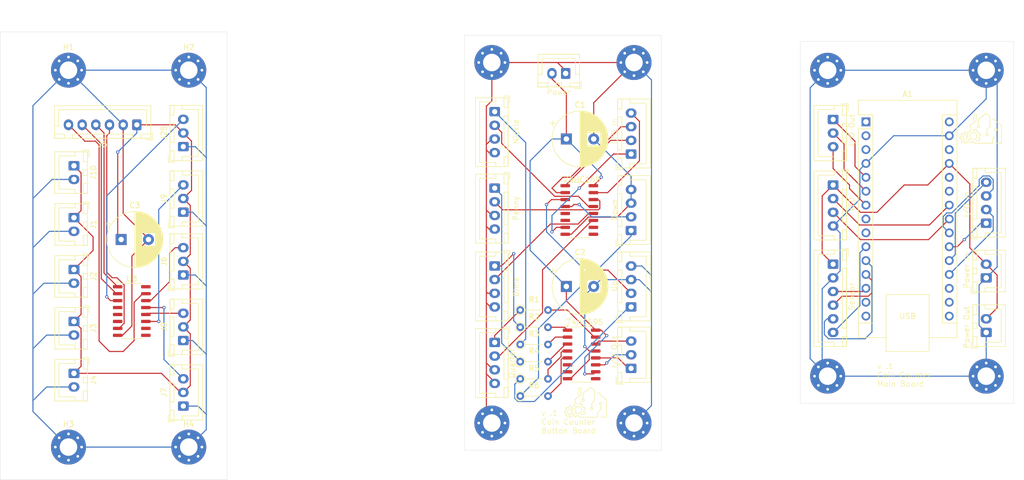
<source format=kicad_pcb>
(kicad_pcb (version 20241229) (generator "pcbnew") (generator_version "9.0")
  (layers (0 "F.Cu" signal) (2 "B.Cu" signal) (13 "F.Paste" user) (15 "B.Paste" user) (5 "F.SilkS" user "F.Silkscreen") (7 "B.SilkS" user "B.Silkscreen") (1 "F.Mask" user) (3 "B.Mask" user) (25 "Edge.Cuts" user))
  (net 0 "")
  (net 1 "GND")
  (net 2 "+5V")
  (net 3 "Net-(J5-Pin_3)")
  (net 4 "Net-(J5-Pin_4)")
  (net 5 "Net-(J5-Pin_5)")
  (net 6 "Net-(J5-Pin_6)")
  (net 15 "Net-(A1-SDA{slash}A4)")
  (net 19 "Net-(A1-SCL{slash}A5)")
  (net 21 "Net-(A1-+5V)")
  (net 22 "Net-(A1-D10)")
  (net 25 "Net-(A1-D9)")
  (net 26 "Net-(A1-D8)")
  (net 27 "Net-(A1-D7)")
  (net 28 "Net-(A1-A2)")
  (net 29 "Net-(A1-A3)")
  (net 30 "Net-(A1-A0)")
  (net 31 "Net-(A1-D3)")
  (net 32 "Net-(A1-D2)")
  (net 33 "Net-(A1-A1)")
  (net 34 "Net-(A1-D4)")
  (net 35 "Net-(J12-Pin_1)")
  (net 36 "Net-(U1-QA)")
  (net 37 "Net-(U1-QB)")
  (net 38 "Net-(J13-Pin_1)")
  (net 39 "Net-(J14-Pin_1)")
  (net 40 "Net-(U1-QC)")
  (net 41 "Net-(U1-QD)")
  (net 42 "Net-(J15-Pin_1)")
  (net 43 "Net-(U1-QE)")
  (net 44 "Net-(J16-Pin_1)")
  (net 45 "Net-(J17-Pin_1)")
  (net 46 "Net-(U1-QF)")
  (net 50 "Net-(J16-Pin_2)")
  (net 51 "Net-(J13-Pin_2)")
  (net 53 "Net-(J15-Pin_2)")
  (net 54 "Net-(J17-Pin_2)")
  (net 57 "Net-(J12-Pin_2)")
  (net 59 "Net-(J14-Pin_2)")
  (net 60 "Net-(J12-Pin_3)")
  (net 61 "Net-(J21-Pin_2)")
  (net 62 "Net-(J19-Pin_1)")
  (net 63 "Net-(J19-Pin_3)")
  (net 64 "Net-(J19-Pin_4)")
  (net 65 "Net-(J19-Pin_2)")
  (net 66 "Net-(J24-Pin_2)")
  (net 67 "Net-(J24-Pin_3)")
  (net 68 "Net-(J24-Pin_1)")
  (net 69 "Net-(J11-Pin_1)")
  (net 70 "Net-(J6-Pin_3)")
  (net 71 "Net-(J7-Pin_3)")
  (net 72 "Net-(J8-Pin_3)")
  (net 73 "Net-(J9-Pin_3)")
  (net 74 "Net-(J25-Pin_3)")
  (footprint "MountingHole:MountingHole_3.2mm_M3_Pad_Via" (layer "F.Cu") (at 35 99)
    (property "Reference" "H3")
    (property "Value" "MountingHole_Pad")
  )
  (footprint "Connector_JST:JST_XH_B2B-XH-A_1x02_P2.50mm_Vertical" (layer "F.Cu") (at 36 47.5 -90)
    (property "Reference" "J10")
    (property "Value" "H_EMT")
  )
  (footprint "Connector_JST:JST_XH_B3B-XH-A_1x03_P2.50mm_Vertical" (layer "F.Cu") (at 137.8975 84.5975 90)
    (property "Reference" "J24" (hide yes))
    (property "Value" "i/o out")
  )
  (footprint "PCM_kikit:Board" (layer "F.Cu") (at 128.4225 23.5975)
    (property "Reference" "Button")
    (property "Value" "Board")
  )
  (footprint "Module:Arduino_Nano" (layer "F.Cu") (at 180.84 39.46)
    (property "Reference" "A1")
    (property "Value" "Arduino_Nano_Every")
  )
  (footprint "MountingHole:MountingHole_3.2mm_M3_Pad_Via" (layer "F.Cu") (at 173.84 86.02)
    (property "Reference" "H6" (hide yes))
    (property "Value" "MountingHole_Pad")
  )
  (footprint "MountingHole:MountingHole_3.2mm_M3_Pad_Via" (layer "F.Cu") (at 202.84 30.02)
    (property "Reference" "H7" (hide yes))
    (property "Value" "MountingHole_Pad")
  )
  (footprint "Capacitor_THT:CP_Radial_D10.0mm_P5.00mm" (layer "F.Cu") (at 44.632323 61)
    (property "Reference" "C3")
    (property "Value" "33 uF")
  )
  (footprint "Connector_JST:JST_XH_B3B-XH-A_1x03_P2.50mm_Vertical" (layer "F.Cu") (at 56 56 90)
    (property "Reference" "J9")
    (property "Value" "Q_RCV")
  )
  (footprint "Package_SO:SO-16_3.9x9.9mm_P1.27mm" (layer "F.Cu") (at 128.4225 55.5975)
    (property "Reference" "U2" (hide yes))
    (property "Value" "74HC165")
  )
  (footprint "Resistor_THT:R_Axial_DIN0204_L3.6mm_D1.6mm_P5.08mm_Vertical" (layer "F.Cu") (at 117.6175 80.2125)
    (property "Reference" "R3")
    (property "Value" "220 Ohm")
  )
  (footprint "Connector_JST:JST_XH_B2B-XH-A_1x02_P2.50mm_Vertical" (layer "F.Cu") (at 36 66.5 -90)
    (property "Reference" "J2")
    (property "Value" "N_EMT")
  )
  (footprint "Connector_JST:JST_XH_B4B-XH-A_1x04_P2.50mm_Vertical" (layer "F.Cu") (at 112.9475 51.5975 -90)
    (property "Reference" "J15" (hide yes))
    (property "Value" "P_BTN")
  )
  (footprint "Connector_JST:JST_XH_B2B-XH-A_1x02_P2.50mm_Vertical" (layer "F.Cu") (at 36 76 -90)
    (property "Reference" "J3")
    (property "Value" "P_EMT")
  )
  (footprint "Connector_JST:JST_XH_B4B-XH-A_1x04_P2.50mm_Vertical" (layer "F.Cu") (at 112.9475 79.8475 -90)
    (property "Reference" "J12" (hide yes))
    (property "Value" "Q_BTN")
  )
  (footprint "Connector_JST:JST_XH_B2B-XH-A_1x02_P2.50mm_Vertical" (layer "F.Cu") (at 36 57 -90)
    (property "Reference" "J1")
    (property "Value" "Q_EMT")
  )
  (footprint "PCM_kikit:Board" (layer "F.Cu") (at 51 23)
    (property "Reference" "Sensor")
    (property "Value" "Board")
  )
  (footprint "MountingHole:MountingHole_3.2mm_M3_Pad_Via" (layer "F.Cu") (at 35 30)
    (property "Reference" "H1")
    (property "Value" "MountingHole_Pad")
  )
  (footprint "Connector_JST:JST_XH_B2B-XH-A_1x02_P2.50mm_Vertical" (layer "F.Cu") (at 125.9225 30.5975 180)
    (property "Reference" "J21" (hide yes))
    (property "Value" "Power In")
  )
  (footprint "Connector_JST:JST_XH_B4B-XH-A_1x04_P2.50mm_Vertical" (layer "F.Cu") (at 112.9475 65.8475 -90)
    (property "Reference" "J13" (hide yes))
    (property "Value" "D_BTN")
  )
  (footprint "Connector_JST:JST_XH_B6B-XH-A_1x06_P2.50mm_Vertical" (layer "F.Cu") (at 174.84 65.52 -90)
    (property "Reference" "Sensor1" (hide yes))
    (property "Value" "Mom")
  )
  (footprint "Resistor_THT:R_Axial_DIN0204_L3.6mm_D1.6mm_P5.08mm_Vertical" (layer "F.Cu") (at 117.6175 77.0625)
    (property "Reference" "R2")
    (property "Value" "220 Ohm")
  )
  (footprint "Resistor_THT:R_Axial_DIN0204_L3.6mm_D1.6mm_P5.08mm_Vertical" (layer "F.Cu") (at 117.6175 89.6625)
    (property "Reference" "R6")
    (property "Value" "220 Ohm")
  )
  (footprint "Connector_JST:JST_XH_B4B-XH-A_1x04_P2.50mm_Vertical" (layer "F.Cu") (at 137.8975 45.3475 90)
    (property "Reference" "J19" (hide yes))
    (property "Value" "i/o in")
  )
  (footprint "MountingHole:MountingHole_3.2mm_M3_Pad_Via" (layer "F.Cu") (at 173.84 30.02)
    (property "Reference" "H5" (hide yes))
    (property "Value" "MountingHole_Pad")
  )
  (footprint "MountingHole:MountingHole_3.2mm_M3_Pad_Via" (layer "F.Cu") (at 138.4225 94.5975)
    (property "Reference" "H9" (hide yes))
    (property "Value" "MountingHole_Pad")
  )
  (footprint "MountingHole:MountingHole_3.2mm_M3_Pad_Via" (layer "F.Cu") (at 57 99)
    (property "Reference" "H4")
    (property "Value" "MountingHole_Pad")
  )
  (footprint "Connector_JST:JST_XH_B4B-XH-A_1x04_P2.50mm_Vertical" (layer "F.Cu") (at 174.84 51.02 -90)
    (property "Reference" "J18" (hide yes))
    (property "Value" "VFD")
  )
  (footprint "Connector_JST:JST_XH_B2B-XH-A_1x02_P2.50mm_Vertical" (layer "F.Cu") (at 202.84 68.02 90)
    (property "Reference" "J11" (hide yes))
    (property "Value" "Power In")
  )
  (footprint "MountingHole:MountingHole_3.2mm_M3_Pad_Via" (layer "F.Cu") (at 138.4225 28.5975)
    (property "Reference" "H10" (hide yes))
    (property "Value" "MountingHole_Pad")
  )
  (footprint "Package_SO:SO-16_3.9x9.9mm_P1.27mm" (layer "F.Cu") (at 46.575 74.095)
    (property "Reference" "U3")
    (property "Value" "74HC165")
  )
  (footprint "Resistor_THT:R_Axial_DIN0204_L3.6mm_D1.6mm_P5.08mm_Vertical" (layer "F.Cu") (at 117.6175 73.9125)
    (property "Reference" "R1")
    (property "Value" "220 Ohm")
  )
  (footprint "Connector_JST:JST_XH_B2B-XH-A_1x02_P2.50mm_Vertical" (layer "F.Cu") (at 36 85.5 -90)
    (property "Reference" "J4")
    (property "Value" "D_EMT")
  )
  (footprint "Connector_JST:JST_XH_B3B-XH-A_1x03_P2.50mm_Vertical" (layer "F.Cu") (at 56 79.5 90)
    (property "Reference" "J8")
    (property "Value" "N_RCV")
  )
  (footprint "MountingHole:MountingHole_3.2mm_M3_Pad_Via" (layer "F.Cu") (at 57 30)
    (property "Reference" "H2")
    (property "Value" "MountingHole_Pad")
  )
  (footprint "Connector_JST:JST_XH_B4B-XH-A_1x04_P2.50mm_Vertical" (layer "F.Cu") (at 137.8975 73.3475 90)
    (property "Reference" "J16" (hide yes))
    (property "Value" "UP_BTN")
  )
  (footprint "MountingHole:MountingHole_3.2mm_M3_Pad_Via" (layer "F.Cu") (at 202.84 86.02)
    (property "Reference" "H8" (hide yes))
    (property "Value" "MountingHole_Pad")
  )
  (footprint "Connector_JST:JST_XH_B3B-XH-A_1x03_P2.50mm_Vertical" (layer "F.Cu") (at 56 91.5 90)
    (property "Reference" "J7")
    (property "Value" "P_RCV")
  )
  (footprint "Connector_JST:JST_XH_B2B-XH-A_1x02_P2.50mm_Vertical" (layer "F.Cu") (at 202.84 78.02 90)
    (property "Reference" "J22" (hide yes))
    (property "Value" "Power Out")
  )
  (footprint "Connector_JST:JST_XH_B6B-XH-A_1x06_P2.50mm_Vertical" (layer "F.Cu") (at 47.5 40 180)
    (property "Reference" "J5")
    (property "Value" "Mom")
  )
  (footprint "Capacitor_THT:CP_Radial_D10.0mm_P5.00mm" (layer "F.Cu") (at 126.054823 69.5975)
    (property "Reference" "C2")
    (property "Value" "33 uF")
  )
  (footprint "Package_SO:SO-16_3.9x9.9mm_P1.27mm" (layer "F.Cu") (at 128.8475 82.0425)
    (property "Reference" "U1" (hide yes))
    (property "Value" "74HC595")
  )
  (footprint "Connector_JST:JST_XH_B3B-XH-A_1x03_P2.50mm_Vertical" (layer "F.Cu") (at 174.84 39.02 -90)
    (property "Reference" "J23" (hide yes))
    (property "Value" "i/o out")
  )
  (footprint "Connector_JST:JST_XH_B4B-XH-A_1x04_P2.50mm_Vertical" (layer "F.Cu") (at 202.84 58.02 90)
    (property "Reference" "J20" (hide yes))
    (property "Value" "i/o in")
  )
  (footprint "Connector_JST:JST_XH_B3B-XH-A_1x03_P2.50mm_Vertical" (layer "F.Cu") (at 56 44 90)
    (property "Reference" "J25")
    (property "Value" "H_RCV")
  )
  (footprint "PCM_kikit:Board" (layer "F.Cu") (at 185.116 24.744)
    (property "Reference" "Main")
    (property "Value" "Board")
  )
  (footprint "Connector_JST:JST_XH_B4B-XH-A_1x04_P2.50mm_Vertical" (layer "F.Cu") (at 112.9475 37.5975 -90)
    (property "Reference" "J14" (hide yes))
    (property "Value" "N_BTN")
  )
  (footprint "Capacitor_THT:CP_Radial_D10.0mm_P5.00mm" (layer "F.Cu") (at 126.054823 42.5975)
    (property "Reference" "C1")
    (property "Value" "33 uF")
  )
  (footprint "Connector_JST:JST_XH_B4B-XH-A_1x04_P2.50mm_Vertical" (layer "F.Cu") (at 137.8975 59.3475 90)
    (property "Reference" "J17" (hide yes))
    (property "Value" "DN_BTN")
  )
  (footprint "Resistor_THT:R_Axial_DIN0204_L3.6mm_D1.6mm_P5.08mm_Vertical" (layer "F.Cu") (at 117.6175 83.3625)
    (property "Reference" "R4")
    (property "Value" "220 Ohm")
  )
  (footprint "MountingHole:MountingHole_3.2mm_M3_Pad_Via" (layer "F.Cu") (at 112.4225 28.5975)
    (property "Reference" "H11" (hide yes))
    (property "Value" "MountingHole_Pad")
  )
  (footprint "MountingHole:MountingHole_3.2mm_M3_Pad_Via" (layer "F.Cu") (at 112.4225 94.5975)
    (property "Reference" "H12" (hide yes))
    (property "Value" "MountingHole_Pad")
  )
  (footprint "Connector_JST:JST_XH_B3B-XH-A_1x03_P2.50mm_Vertical" (layer "F.Cu") (at 56 67.5 90)
    (property "Reference" "J6")
    (property "Value" "D_RCV")
  )
  (footprint "Resistor_THT:R_Axial_DIN0204_L3.6mm_D1.6mm_P5.08mm_Vertical" (layer "F.Cu") (at 117.6175 86.5125)
    (property "Reference" "R5")
    (property "Value" "220 Ohm")
  )
  (gr_poly (pts (xy 128.231943 91.535109) (xy 128.265339 91.53689) (xy 128.298638 91.540317) (xy 128.33179 91.545389) (xy 128.364743 91.552103) (xy 128.397447 91.560459) (xy 128.429853 91.570455) (xy 128.461908 91.582089) (xy 128.493564 91.59536) (xy 128.524534 91.610153) (xy 128.554548 91.626336) (xy 128.583573 91.643869) (xy 128.611573 91.662718) (xy 128.638513 91.682845) (xy 128.664359 91.704214) (xy 128.689077 91.726787) (xy 128.712631 91.750529) (xy 128.734987 91.775402) (xy 128.75611 91.80137) (xy 128.775966 91.828396) (xy 128.79452 91.856444) (xy 128.811737 91.885476) (xy 128.827583 91.915457) (xy 128.842022 91.946349) (xy 128.855021 91.978115) (xy 128.86646 92.010476) (xy 128.876242 92.043143) (xy 128.884367 92.076065) (xy 128.890838 92.109193) (xy 128.895656 92.142475) (xy 128.898822 92.175861) (xy 128.900338 92.2093) (xy 128.900205 92.242744) (xy 128.898425 92.27614) (xy 128.894999 92.309438) (xy 128.889929 92.342589) (xy 128.883216 92.375542) (xy 128.874862 92.408246) (xy 128.864868 92.440651) (xy 128.853236 92.472707) (xy 128.839966 92.504362) (xy 128.825171 92.535332) (xy 128.808988 92.565346) (xy 128.791453 92.594371) (xy 128.772604 92.62237) (xy 128.752477 92.649311) (xy 128.731108 92.675157) (xy 128.708535 92.699875) (xy 128.684794 92.723429) (xy 128.659921 92.745785) (xy 128.633953 92.766908) (xy 128.606928 92.786764) (xy 128.578881 92.805318) (xy 128.549849 92.822535) (xy 128.519869 92.838381) (xy 128.488977 92.85282) (xy 128.457211 92.865819) (xy 128.442246 92.871327) (xy 128.427209 92.87648) (xy 128.412106 92.881277) (xy 128.396942 92.885718) (xy 128.38172 92.889803) (xy 128.366448 92.893532) (xy 128.351128 92.896906) (xy 128.335768 92.899924) (xy 128.32037 92.902587) (xy 128.304942 92.904894) (xy 128.289487 92.906847) (xy 128.274011 92.908444) (xy 128.258519 92.909686) (xy 128.243016 92.910573) (xy 128.227506 92.911105) (xy 128.211995 92.911282) (xy 128.194061 92.911045) (xy 128.176139 92.910334) (xy 128.158239 92.909149) (xy 128.140367 92.90749) (xy 128.122532 92.905358) (xy 128.104741 92.902753) (xy 128.087002 92.899675) (xy 128.069323 92.896125) (xy 128.051711 92.892103) (xy 128.034174 92.887608) (xy 128.01672 92.882642) (xy 127.999357 92.877205) (xy 127.982092 92.871296) (xy 127.964933 92.864917) (xy 127.947887 92.858066) (xy 127.930964 92.850746) (xy 127.899992 92.835954) (xy 127.869977 92.819773) (xy 127.840952 92.80224) (xy 127.812952 92.783392) (xy 127.786011 92.763265) (xy 127.760165 92.741897) (xy 127.735447 92.719323) (xy 127.711893 92.695582) (xy 127.689537 92.670708) (xy 127.668414 92.64474) (xy 127.648558 92.617714) (xy 127.630004 92.589667) (xy 127.612786 92.560635) (xy 127.59694 92.530656) (xy 127.582499 92.499765) (xy 127.569499 92.468) (xy 127.558061 92.435639) (xy 127.548281 92.402971) (xy 127.540156 92.370049) (xy 127.533686 92.336921) (xy 127.528868 92.303638) (xy 127.525702 92.270252) (xy 127.524186 92.236812) (xy 127.524196 92.234478) (xy 127.64102 92.234478) (xy 127.642279 92.26224) (xy 127.644908 92.289957) (xy 127.648908 92.317588) (xy 127.65428 92.34509) (xy 127.661025 92.372422) (xy 127.669144 92.399542) (xy 127.678639 92.426408) (xy 127.689432 92.452781) (xy 127.70142 92.478428) (xy 127.714575 92.503318) (xy 127.728869 92.527421) (xy 127.744272 92.550707) (xy 127.760756 92.573144) (xy 127.778292 92.594703) (xy 127.796852 92.615353) (xy 127.816407 92.635063) (xy 127.836927 92.653804) (xy 127.858385 92.671544) (xy 127.880752 92.688253) (xy 127.903998 92.703901) (xy 127.928096 92.718457) (xy 127.953016 92.731891) (xy 127.97873 92.744172) (xy 128.005008 92.755189) (xy 128.031618 92.764847) (xy 128.05852 92.773144) (xy 128.08567 92.780081) (xy 128.113027 92.785654) (xy 128.140549 92.789864) (xy 128.168194 92.792708) (xy 128.19592 92.794186) (xy 128.223685 92.794297) (xy 128.251447 92.793039) (xy 128.279164 92.790411) (xy 128.306794 92.786411) (xy 128.334296 92.78104) (xy 128.361627 92.774294) (xy 128.388746 92.766174) (xy 128.41561 92.756678) (xy 128.441983 92.745886) (xy 128.46763 92.733897) (xy 128.49252 92.720742) (xy 128.516624 92.706448) (xy 128.539909 92.691044) (xy 128.562347 92.674559) (xy 128.583906 92.657022) (xy 128.604556 92.638462) (xy 128.624267 92.618907) (xy 128.643008 92.598386) (xy 128.660749 92.576928) (xy 128.677459 92.554562) (xy 128.693108 92.531316) (xy 128.707665 92.507219) (xy 128.7211 92.4823) (xy 128.733383 92.456587) (xy 128.7444 92.430308) (xy 128.754058 92.403696) (xy 128.762355 92.376795) (xy 128.769291 92.349644) (xy 128.774864 92.322288) (xy 128.779073 92.294767) (xy 128.781916 92.267122) (xy 128.783394 92.239398) (xy 128.783504 92.211633) (xy 128.782245 92.183872) (xy 128.779616 92.156156) (xy 128.775616 92.128525) (xy 128.770243 92.101024) (xy 128.763498 92.073692) (xy 128.755377 92.046573) (xy 128.745881 92.019707) (xy 128.735088 91.993333) (xy 128.7231 91.967685) (xy 128.709945 91.942793) (xy 128.695652 91.91869) (xy 128.680249 91.895404) (xy 128.663765 91.872966) (xy 128.646229 91.851407) (xy 128.627669 91.830757) (xy 128.608115 91.811047) (xy 128.587595 91.792306) (xy 128.566138 91.774566) (xy 128.543772 91.757857) (xy 128.520527 91.742208) (xy 128.49643 91.727651) (xy 128.471511 91.714216) (xy 128.445799 91.701934) (xy 128.43175 91.695857) (xy 128.417599 91.690171) (xy 128.403353 91.684875) (xy 128.389019 91.679971) (xy 128.374603 91.675458) (xy 128.360112 91.671336) (xy 128.345552 91.667606) (xy 128.330929 91.664267) (xy 128.31625 91.661321) (xy 128.301522 91.658767) (xy 128.286751 91.656605) (xy 128.271944 91.654836) (xy 128.257107 91.65346) (xy 128.242246 91.652477) (xy 128.227369 91.651887) (xy 128.212481 91.65169) (xy 128.199603 91.651837) (xy 128.186727 91.652278) (xy 128.173856 91.653014) (xy 128.160995 91.654044) (xy 128.148148 91.655369) (xy 128.135318 91.656989) (xy 128.122511 91.658904) (xy 128.109729 91.661113) (xy 128.096978 91.663618) (xy 128.084261 91.666418) (xy 128.071583 91.669514) (xy 128.058947 91.672905) (xy 128.046357 91.676592) (xy 128.033819 91.680575) (xy 128.021335 91.684853) (xy 128.00891 91.689428) (xy 127.982537 91.70022) (xy 127.95689 91.712209) (xy 127.932 91.725365) (xy 127.907897 91.739659) (xy 127.884612 91.755063) (xy 127.862175 91.771547) (xy 127.840617 91.789085) (xy 127.819968 91.807645) (xy 127.800258 91.827201) (xy 127.781517 91.847722) (xy 127.763777 91.869181) (xy 127.747068 91.891548) (xy 127.73142 91.914795) (xy 127.716863 91.938893) (xy 127.703428 91.963814) (xy 127.691145 91.989528) (xy 127.680127 92.015806) (xy 127.670468 92.042416) (xy 127.66217 92.069317) (xy 127.655234 92.096467) (xy 127.64966 92.123823) (xy 127.645451 92.151344) (xy 127.642608 92.178989) (xy 127.64113 92.206714) (xy 127.64102 92.234478) (xy 127.524196 92.234478) (xy 127.524319 92.203368) (xy 127.526099 92.169971) (xy 127.529525 92.136672) (xy 127.534595 92.103522) (xy 127.541308 92.070569) (xy 127.549663 92.037865) (xy 127.559658 92.005461) (xy 127.571291 91.973407) (xy 127.584562 91.941753) (xy 127.599356 91.910781) (xy 127.615538 91.880766) (xy 127.633072 91.85174) (xy 127.651921 91.823739) (xy 127.672048 91.796798) (xy 127.693416 91.770951) (xy 127.71599 91.746233) (xy 127.739732 91.722679) (xy 127.764605 91.700322) (xy 127.790573 91.679199) (xy 127.817599 91.659343) (xy 127.845647 91.640789) (xy 127.874679 91.623572) (xy 127.904659 91.607726) (xy 127.935551 91.593287) (xy 127.967318 91.580288) (xy 127.999677 91.568849) (xy 128.032343 91.559068) (xy 128.065265 91.550943) (xy 128.098391 91.544472) (xy 128.131673 91.539655) (xy 128.165059 91.53649) (xy 128.198499 91.534975)) (stroke (width -0.000001)) (fill yes) (layer "F.SilkS"))
  (gr_poly (pts (xy 132.323254 90.761527) (xy 132.337505 90.762614) (xy 132.351551 90.764404) (xy 132.365375 90.766879) (xy 132.378958 90.770022) (xy 132.392283 90.773815) (xy 132.405332 90.778239) (xy 132.418087 90.783277) (xy 132.43053 90.788912) (xy 132.442645 90.795125) (xy 132.454412 90.801899) (xy 132.465814 90.809216) (xy 132.476833 90.817058) (xy 132.487452 90.825407) (xy 132.497652 90.834246) (xy 132.507416 90.843556) (xy 132.516727 90.85332) (xy 132.525565 90.863521) (xy 132.533915 90.87414) (xy 132.541756 90.885159) (xy 132.549073 90.896561) (xy 132.555847 90.908328) (xy 132.56206 90.920442) (xy 132.567695 90.932886) (xy 132.572733 90.945641) (xy 132.577158 90.95869) (xy 132.58095 90.972015) (xy 132.584093 90.985598) (xy 132.586568 90.999422) (xy 132.588359 91.013468) (xy 132.589446 91.027719) (xy 132.589812 91.042157) (xy 132.589446 91.056596) (xy 132.588359 91.070847) (xy 132.586568 91.084894) (xy 132.584093 91.098718) (xy 132.58095 91.112302) (xy 132.577158 91.125627) (xy 132.572733 91.138676) (xy 132.567695 91.151432) (xy 132.56206 91.163875) (xy 132.555847 91.17599) (xy 132.549073 91.187757) (xy 132.541756 91.199159) (xy 132.533915 91.210178) (xy 132.525565 91.220796) (xy 132.516727 91.230997) (xy 132.507416 91.240761) (xy 132.497652 91.250071) (xy 132.487452 91.258909) (xy 132.476833 91.267258) (xy 132.465814 91.2751) (xy 132.454412 91.282416) (xy 132.442645 91.28919) (xy 132.43053 91.295403) (xy 132.418087 91.301037) (xy 132.405332 91.306075) (xy 132.392283 91.310499) (xy 132.378958 91.314291) (xy 132.365375 91.317434) (xy 132.351551 91.319909) (xy 132.337505 91.321699) (xy 132.323254 91.322786) (xy 132.308816 91.323153) (xy 132.294378 91.322786) (xy 132.280127 91.321699) (xy 132.266081 91.319909) (xy 132.252257 91.317434) (xy 132.238674 91.314291) (xy 132.225349 91.310499) (xy 132.2123 91.306075) (xy 132.199545 91.301037) (xy 132.187102 91.295403) (xy 132.174987 91.28919) (xy 132.16322 91.282416) (xy 132.151818 91.2751) (xy 132.140799 91.267258) (xy 132.13018 91.258909) (xy 132.11998 91.250071) (xy 132.110215 91.240761) (xy 132.100905 91.230997) (xy 132.092066 91.220796) (xy 132.083717 91.210178) (xy 132.075875 91.199159) (xy 132.068558 91.187757) (xy 132.061785 91.17599) (xy 132.055571 91.163875) (xy 132.049937 91.151432) (xy 132.044898 91.138676) (xy 132.040474 91.125627) (xy 132.036681 91.112302) (xy 132.033539 91.098718) (xy 132.031063 91.084894) (xy 132.029273 91.070847) (xy 132.028186 91.056596) (xy 132.027819 91.042157) (xy 132.144616 91.042157) (xy 132.14483 91.050595) (xy 132.145465 91.058923) (xy 132.146511 91.067132) (xy 132.147957 91.07521) (xy 132.149794 91.083148) (xy 132.15201 91.090935) (xy 132.154595 91.098561) (xy 132.15754 91.106015) (xy 132.160832 91.113287) (xy 132.164463 91.120366) (xy 132.168421 91.127242) (xy 132.172697 91.133906) (xy 132.177279 91.140345) (xy 132.182158 91.14655) (xy 132.187323 91.152511) (xy 132.192763 91.158217) (xy 132.198469 91.163658) (xy 132.20443 91.168823) (xy 132.210635 91.173702) (xy 132.217074 91.178284) (xy 132.223737 91.18256) (xy 132.230613 91.186518) (xy 132.237692 91.190149) (xy 132.244963 91.193442) (xy 132.252417 91.196386) (xy 132.260042 91.198971) (xy 132.267828 91.201187) (xy 132.275766 91.203024) (xy 132.283844 91.20447) (xy 132.292052 91.205517) (xy 132.300379 91.206152) (xy 132.308816 91.206366) (xy 132.317254 91.206152) (xy 132.325582 91.205517) (xy 132.333791 91.20447) (xy 132.341869 91.203024) (xy 132.349807 91.201187) (xy 132.357594 91.198971) (xy 132.365219 91.196386) (xy 132.372673 91.193442) (xy 132.379944 91.190149) (xy 132.387023 91.186518) (xy 132.393899 91.18256) (xy 132.400562 91.178284) (xy 132.407001 91.173702) (xy 132.413206 91.168823) (xy 132.419166 91.163658) (xy 132.424872 91.158217) (xy 132.430312 91.152511) (xy 132.435477 91.14655) (xy 132.440355 91.140345) (xy 132.444937 91.133906) (xy 132.449213 91.127242) (xy 132.45317 91.120366) (xy 132.456801 91.113287) (xy 132.460093 91.106015) (xy 132.463037 91.098561) (xy 132.465622 91.090935) (xy 132.467838 91.083148) (xy 132.469674 91.07521) (xy 132.471121 91.067132) (xy 132.472167 91.058923) (xy 132.472802 91.050595) (xy 132.473016 91.042157) (xy 132.472802 91.03372) (xy 132.472167 91.025392) (xy 132.471121 91.017184) (xy 132.469674 91.009106) (xy 132.467838 91.001169) (xy 132.465622 90.993383) (xy 132.463037 90.985757) (xy 132.460093 90.978304) (xy 132.456801 90.971032) (xy 132.45317 90.963953) (xy 132.449213 90.957077) (xy 132.444937 90.950415) (xy 132.440355 90.943975) (xy 132.435477 90.93777) (xy 132.430312 90.93181) (xy 132.424872 90.926104) (xy 132.419166 90.920663) (xy 132.413206 90.915499) (xy 132.407001 90.91062) (xy 132.400562 90.906037) (xy 132.393899 90.901762) (xy 132.387023 90.897804) (xy 132.379944 90.894173) (xy 132.372673 90.89088) (xy 132.365219 90.887936) (xy 132.357594 90.885351) (xy 132.349807 90.883135) (xy 132.341869 90.881298) (xy 132.333791 90.879852) (xy 132.325582 90.878806) (xy 132.317254 90.87817) (xy 132.308816 90.877956) (xy 132.300379 90.87817) (xy 132.292052 90.878806) (xy 132.283844 90.879852) (xy 132.275766 90.881298) (xy 132.267828 90.883135) (xy 132.260042 90.885351) (xy 132.252417 90.887936) (xy 132.244963 90.89088) (xy 132.237692 90.894173) (xy 132.230613 90.897804) (xy 132.223737 90.901762) (xy 132.217074 90.906037) (xy 132.210635 90.91062) (xy 132.20443 90.915499) (xy 132.198469 90.920663) (xy 132.192763 90.926104) (xy 132.187323 90.93181) (xy 132.182158 90.93777) (xy 132.177279 90.943975) (xy 132.172697 90.950415) (xy 132.168421 90.957077) (xy 132.164463 90.963953) (xy 132.160832 90.971032) (xy 132.15754 90.978304) (xy 132.154595 90.985757) (xy 132.15201 90.993383) (xy 132.149794 91.001169) (xy 132.147957 91.009106) (xy 132.146511 91.017184) (xy 132.145465 91.025392) (xy 132.14483 91.03372) (xy 132.144616 91.042157) (xy 132.027819 91.042157) (xy 132.028186 91.027719) (xy 132.029273 91.013468) (xy 132.031063 90.999422) (xy 132.033539 90.985598) (xy 132.036681 90.972015) (xy 132.040474 90.95869) (xy 132.044898 90.945641) (xy 132.049937 90.932886) (xy 132.055571 90.920442) (xy 132.061785 90.908328) (xy 132.068558 90.896561) (xy 132.075875 90.885159) (xy 132.083717 90.87414) (xy 132.092066 90.863521) (xy 132.100905 90.85332) (xy 132.110215 90.843556) (xy 132.11998 90.834246) (xy 132.13018 90.825407) (xy 132.140799 90.817058) (xy 132.151818 90.809216) (xy 132.16322 90.801899) (xy 132.174987 90.795125) (xy 132.187102 90.788912) (xy 132.199545 90.783277) (xy 132.2123 90.778239) (xy 132.225349 90.773815) (xy 132.238674 90.770022) (xy 132.252257 90.766879) (xy 132.266081 90.764404) (xy 132.280127 90.762614) (xy 132.294378 90.761527) (xy 132.308816 90.76116)) (stroke (width -0.000001)) (fill yes) (layer "F.SilkS"))
  (gr_poly (pts (xy 202.999783 41.521149) (xy 203.014034 41.522236) (xy 203.02808 41.524026) (xy 203.041904 41.526502) (xy 203.055486 41.529645) (xy 203.068811 41.533437) (xy 203.08186 41.537862) (xy 203.094615 41.542901) (xy 203.107058 41.548536) (xy 203.119172 41.554749) (xy 203.130939 41.561523) (xy 203.14234 41.56884) (xy 203.153359 41.576682) (xy 203.163977 41.585032) (xy 203.174178 41.593871) (xy 203.183941 41.603181) (xy 203.193251 41.612946) (xy 203.20209 41.623146) (xy 203.210438 41.633765) (xy 203.21828 41.644785) (xy 203.225596 41.656187) (xy 203.23237 41.667954) (xy 203.238582 41.680068) (xy 203.244217 41.692511) (xy 203.249255 41.705266) (xy 203.253679 41.718315) (xy 203.257471 41.73164) (xy 203.260614 41.745222) (xy 203.263089 41.759045) (xy 203.264879 41.773091) (xy 203.265966 41.787341) (xy 203.266333 41.801778) (xy 203.265966 41.816216) (xy 203.264879 41.830467) (xy 203.263089 41.844514) (xy 203.260614 41.858337) (xy 203.257471 41.87192) (xy 203.253679 41.885245) (xy 203.249255 41.898294) (xy 203.244217 41.91105) (xy 203.238582 41.923493) (xy 203.23237 41.935607) (xy 203.225596 41.947374) (xy 203.21828 41.958776) (xy 203.210438 41.969796) (xy 203.20209 41.980415) (xy 203.193251 41.990615) (xy 203.183941 42.000379) (xy 203.174178 42.00969) (xy 203.163977 42.018528) (xy 203.153359 42.026877) (xy 203.14234 42.034719) (xy 203.130939 42.042036) (xy 203.119172 42.04881) (xy 203.107058 42.055023) (xy 203.094615 42.060658) (xy 203.08186 42.065696) (xy 203.068811 42.07012) (xy 203.055486 42.073913) (xy 203.041904 42.077056) (xy 203.02808 42.079531) (xy 203.014034 42.081321) (xy 202.999783 42.082409) (xy 202.985345 42.082775) (xy 202.970907 42.082409) (xy 202.956656 42.081321) (xy 202.94261 42.079531) (xy 202.928787 42.077056) (xy 202.915203 42.073913) (xy 202.901879 42.07012) (xy 202.88883 42.065696) (xy 202.876074 42.060658) (xy 202.863631 42.055023) (xy 202.851517 42.04881) (xy 202.83975 42.042036) (xy 202.828348 42.034719) (xy 202.817328 42.026877) (xy 202.80671 42.018528) (xy 202.796509 42.00969) (xy 202.786745 42.000379) (xy 202.777435 41.990615) (xy 202.768596 41.980415) (xy 202.760247 41.969796) (xy 202.752405 41.958776) (xy 202.745088 41.947374) (xy 202.738314 41.935607) (xy 202.732101 41.923493) (xy 202.726466 41.91105) (xy 202.721428 41.898294) (xy 202.717004 41.885245) (xy 202.713211 41.87192) (xy 202.710068 41.858337) (xy 202.707593 41.844514) (xy 202.705803 41.830467) (xy 202.704716 41.816216) (xy 202.704349 41.801778) (xy 202.821136 41.801778) (xy 202.82135 41.810215) (xy 202.821985 41.818543) (xy 202.823032 41.826751) (xy 202.824478 41.834828) (xy 202.826315 41.842765) (xy 202.828531 41.850552) (xy 202.831116 41.858177) (xy 202.83406 41.86563) (xy 202.837353 41.872901) (xy 202.840984 41.879979) (xy 202.844942 41.886855) (xy 202.849218 41.893518) (xy 202.8538 41.899956) (xy 202.858679 41.906161) (xy 202.863844 41.912121) (xy 202.869285 41.917826) (xy 202.874991 41.923267) (xy 202.880951 41.928431) (xy 202.887157 41.933309) (xy 202.893596 41.937891) (xy 202.900259 41.942166) (xy 202.907136 41.946124) (xy 202.914215 41.949755) (xy 202.921487 41.953047) (xy 202.928941 41.955991) (xy 202.936567 41.958576) (xy 202.944354 41.960792) (xy 202.952292 41.962628) (xy 202.96037 41.964074) (xy 202.968579 41.96512) (xy 202.976907 41.965756) (xy 202.985345 41.96597) (xy 202.993782 41.965756) (xy 203.00211 41.96512) (xy 203.010318 41.964074) (xy 203.018396 41.962628) (xy 203.026333 41.960792) (xy 203.034119 41.958576) (xy 203.041745 41.955991) (xy 203.049198 41.953047) (xy 203.05647 41.949755) (xy 203.063549 41.946124) (xy 203.070425 41.942166) (xy 203.077087 41.937891) (xy 203.083527 41.933309) (xy 203.089732 41.928431) (xy 203.095692 41.923267) (xy 203.101398 41.917826) (xy 203.106839 41.912121) (xy 203.112003 41.906161) (xy 203.116882 41.899956) (xy 203.121465 41.893518) (xy 203.12574 41.886855) (xy 203.129698 41.879979) (xy 203.133329 41.872901) (xy 203.136622 41.86563) (xy 203.139566 41.858177) (xy 203.142151 41.850552) (xy 203.144367 41.842765) (xy 203.146204 41.834828) (xy 203.14765 41.826751) (xy 203.148696 41.818543) (xy 203.149332 41.810215) (xy 203.149546 41.801778) (xy 203.149332 41.793342) (xy 203.148696 41.785015) (xy 203.14765 41.776808) (xy 203.146204 41.76873) (xy 203.144367 41.760793) (xy 203.142151 41.753007) (xy 203.139566 41.745382) (xy 203.136622 41.737929) (xy 203.133329 41.730658) (xy 203.129698 41.723579) (xy 203.12574 41.716703) (xy 203.121465 41.71004) (xy 203.116882 41.703601) (xy 203.112003 41.697396) (xy 203.106839 41.691435) (xy 203.101398 41.685729) (xy 203.095692 41.680288) (xy 203.089732 41.675123) (xy 203.083527 41.670244) (xy 203.077087 41.665662) (xy 203.070425 41.661386) (xy 203.063549 41.657427) (xy 203.05647 41.653796) (xy 203.049198 41.650504) (xy 203.041745 41.647559) (xy 203.034119 41.644974) (xy 203.026333 41.642757) (xy 203.018396 41.640921) (xy 203.010318 41.639474) (xy 203.00211 41.638428) (xy 202.993782 41.637792) (xy 202.985345 41.637578) (xy 202.976907 41.637792) (xy 202.968579 41.638428) (xy 202.96037 41.639474) (xy 202.952292 41.640921) (xy 202.944354 41.642757) (xy 202.936567 41.644974) (xy 202.928941 41.647559) (xy 202.921487 41.650504) (xy 202.914215 41.653796) (xy 202.907136 41.657427) (xy 202.900259 41.661386) (xy 202.893596 41.665662) (xy 202.887157 41.670244) (xy 202.880951 41.675123) (xy 202.874991 41.680288) (xy 202.869285 41.685729) (xy 202.863844 41.691435) (xy 202.858679 41.697396) (xy 202.8538 41.703601) (xy 202.849218 41.71004) (xy 202.844942 41.716703) (xy 202.840984 41.723579) (xy 202.837353 41.730658) (xy 202.83406 41.737929) (xy 202.831116 41.745382) (xy 202.828531 41.753007) (xy 202.826315 41.760793) (xy 202.824478 41.76873) (xy 202.823032 41.776808) (xy 202.821985 41.785015) (xy 202.82135 41.793342) (xy 202.821136 41.801778) (xy 202.704349 41.801778) (xy 202.704716 41.787341) (xy 202.705803 41.773091) (xy 202.707593 41.759045) (xy 202.710068 41.745222) (xy 202.713211 41.73164) (xy 202.717004 41.718315) (xy 202.721428 41.705266) (xy 202.726466 41.692511) (xy 202.732101 41.680068) (xy 202.738314 41.667954) (xy 202.745088 41.656187) (xy 202.752405 41.644785) (xy 202.760247 41.633765) (xy 202.768596 41.623146) (xy 202.777435 41.612946) (xy 202.786745 41.603181) (xy 202.796509 41.593871) (xy 202.80671 41.585032) (xy 202.817328 41.576682) (xy 202.828348 41.56884) (xy 202.83975 41.561523) (xy 202.851517 41.554749) (xy 202.863631 41.548536) (xy 202.876074 41.542901) (xy 202.88883 41.537862) (xy 202.901879 41.533437) (xy 202.915203 41.529645) (xy 202.928787 41.526502) (xy 202.94261 41.524026) (xy 202.956656 41.522236) (xy 202.970907 41.521149) (xy 202.985345 41.520782)) (stroke (width -0.000001)) (fill yes) (layer "F.SilkS"))
  (gr_poly (pts (xy 126.783474 91.967952) (xy 126.791265 91.968116) (xy 126.799027 91.968389) (xy 126.806761 91.968772) (xy 126.814468 91.969264) (xy 126.822149 91.969866) (xy 126.829806 91.970578) (xy 126.837441 91.9714) (xy 126.927364 92.064488) (xy 126.925943 92.075786) (xy 126.924639 92.087084) (xy 126.923443 92.098382) (xy 126.922345 92.109679) (xy 126.90497 92.103947) (xy 126.887285 92.098929) (xy 126.869307 92.094642) (xy 126.851055 92.091101) (xy 126.832546 92.088321) (xy 126.813797 92.086316) (xy 126.804338 92.085609) (xy 126.794826 92.085102) (xy 126.785263 92.084796) (xy 126.775651 92.084694) (xy 126.752872 92.085272) (xy 126.730388 92.086987) (xy 126.708228 92.089812) (xy 126.68642 92.093718) (xy 126.664991 92.098677) (xy 126.643971 92.10466) (xy 126.623386 92.111641) (xy 126.603265 92.11959) (xy 126.583636 92.128481) (xy 126.564527 92.138283) (xy 126.545966 92.14897) (xy 126.52798 92.160513) (xy 126.510599 92.172885) (xy 126.49385 92.186057) (xy 126.477761 92.200001) (xy 126.462361 92.214688) (xy 126.447676 92.230092) (xy 126.433736 92.246183) (xy 126.420568 92.262934) (xy 126.4082 92.280316) (xy 126.39666 92.298302) (xy 126.385977 92.316863) (xy 126.376178 92.335971) (xy 126.367292 92.355599) (xy 126.359346 92.375717) (xy 126.352369 92.396298) (xy 126.346388 92.417314) (xy 126.341432 92.438737) (xy 126.337528 92.460539) (xy 126.334705 92.482691) (xy 126.33299 92.505165) (xy 126.332413 92.527933) (xy 126.33299 92.550712) (xy 126.334705 92.573196) (xy 126.337528 92.595357) (xy 126.341432 92.617167) (xy 126.346388 92.638598) (xy 126.352369 92.659621) (xy 126.359346 92.680209) (xy 126.367292 92.700334) (xy 126.376178 92.719967) (xy 126.385977 92.73908) (xy 126.39666 92.757646) (xy 126.4082 92.775636) (xy 126.420568 92.793023) (xy 126.433736 92.809777) (xy 126.447676 92.825871) (xy 126.462361 92.841278) (xy 126.477761 92.855968) (xy 126.49385 92.869914) (xy 126.510599 92.883087) (xy 126.52798 92.89546) (xy 126.545966 92.907005) (xy 126.564527 92.917693) (xy 126.583636 92.927497) (xy 126.603265 92.936388) (xy 126.623386 92.944338) (xy 126.643971 92.951319) (xy 126.664991 92.957303) (xy 126.68642 92.962262) (xy 126.708228 92.966168) (xy 126.730388 92.968992) (xy 126.752872 92.970708) (xy 126.775651 92.971286) (xy 126.792442 92.97097) (xy 126.809079 92.970032) (xy 126.825551 92.968484) (xy 126.841847 92.966337) (xy 126.857957 92.963605) (xy 126.873869 92.960299) (xy 126.889574 92.956432) (xy 126.905059 92.952016) (xy 127.131878 92.959838) (xy 127.113406 92.974464) (xy 127.094318 92.98832) (xy 127.074637 93.001384) (xy 127.054388 93.013631) (xy 127.033593 93.025036) (xy 127.012277 93.035576) (xy 126.990462 93.045227) (xy 126.968174 93.053964) (xy 126.945436 93.061764) (xy 126.922271 93.068601) (xy 126.898703 93.074453) (xy 126.874756 93.079295) (xy 126.850453 93.083103) (xy 126.825819 93.085853) (xy 126.800877 93.087521) (xy 126.775651 93.088082) (xy 126.746875 93.087352) (xy 126.718471 93.085184) (xy 126.690476 93.081615) (xy 126.662924 93.076679) (xy 126.635852 93.070413) (xy 126.609294 93.062851) (xy 126.583287 93.05403) (xy 126.557865 93.043984) (xy 126.533065 93.03275) (xy 126.508921 93.020363) (xy 126.485469 93.006858) (xy 126.462744 92.99227) (xy 126.440782 92.976636) (xy 126.419619 92.959991) (xy 126.399289 92.94237) (xy 126.379829 92.923809) (xy 126.361274 92.904343) (xy 126.343658 92.884008) (xy 126.327018 92.86284) (xy 126.31139 92.840873) (xy 126.296808 92.818143) (xy 126.283308 92.794686) (xy 126.270925 92.770538) (xy 126.259695 92.745733) (xy 126.249654 92.720308) (xy 126.240836 92.694297) (xy 126.233278 92.667737) (xy 126.227014 92.640663) (xy 126.222081 92.61311) (xy 126.218513 92.585113) (xy 126.216347 92.556709) (xy 126.215617 92.527933) (xy 126.216347 92.499157) (xy 126.218513 92.470753) (xy 126.222081 92.442758) (xy 126.227014 92.415206) (xy 126.233278 92.388134) (xy 126.240836 92.361576) (xy 126.249654 92.335569) (xy 126.259695 92.310147) (xy 126.270925 92.285346) (xy 126.283308 92.261202) (xy 126.296808 92.23775) (xy 126.31139 92.215026) (xy 126.327018 92.193064) (xy 126.343658 92.1719) (xy 126.361274 92.151571) (xy 126.379829 92.13211) (xy 126.399289 92.113555) (xy 126.419619 92.095939) (xy 126.440782 92.0793) (xy 126.462744 92.063671) (xy 126.485469 92.049089) (xy 126.508921 92.035589) (xy 126.533065 92.023206) (xy 126.557865 92.011976) (xy 126.583287 92.001935) (xy 126.609294 91.993117) (xy 126.635852 91.985559) (xy 126.662924 91.979296) (xy 126.690476 91.974362) (xy 126.718471 91.970794) (xy 126.746875 91.968628) (xy 126.775651 91.967898)) (stroke (width -0.000001)) (fill yes) (layer "F.SilkS"))
  (gr_poly (pts (xy 130.71563 91.677139) (xy 130.729881 91.678226) (xy 130.743927 91.680016) (xy 130.757751 91.682492) (xy 130.771333 91.685635) (xy 130.784658 91.689427) (xy 130.797707 91.693852) (xy 130.810462 91.698891) (xy 130.822905 91.704526) (xy 130.835019 91.710739) (xy 130.846786 91.717513) (xy 130.858187 91.72483) (xy 130.869206 91.732672) (xy 130.879824 91.741022) (xy 130.890025 91.749861) (xy 130.899788 91.759171) (xy 130.909098 91.768936) (xy 130.917937 91.779136) (xy 130.926285 91.789755) (xy 130.934127 91.800775) (xy 130.941443 91.812177) (xy 130.948217 91.823944) (xy 130.954429 91.836058) (xy 130.960064 91.848501) (xy 130.965102 91.861256) (xy 130.969526 91.874305) (xy 130.973318 91.88763) (xy 130.976461 91.901212) (xy 130.978936 91.915035) (xy 130.980726 91.929081) (xy 130.981813 91.943331) (xy 130.98218 91.957768) (xy 130.981813 91.972206) (xy 130.980726 91.986457) (xy 130.978936 92.000504) (xy 130.976461 92.014327) (xy 130.973318 92.02791) (xy 130.969526 92.041235) (xy 130.965102 92.054284) (xy 130.960064 92.06704) (xy 130.954429 92.079483) (xy 130.948217 92.091597) (xy 130.941443 92.103364) (xy 130.934127 92.114766) (xy 130.926285 92.125786) (xy 130.917937 92.136405) (xy 130.909098 92.146605) (xy 130.899788 92.156369) (xy 130.890025 92.16568) (xy 130.879824 92.174518) (xy 130.869206 92.182867) (xy 130.858187 92.190709) (xy 130.846786 92.198026) (xy 130.835019 92.2048) (xy 130.822905 92.211013) (xy 130.810462 92.216648) (xy 130.797707 92.221686) (xy 130.784658 92.22611) (xy 130.771333 92.229903) (xy 130.757751 92.233046) (xy 130.743927 92.235521) (xy 130.729881 92.237311) (xy 130.71563 92.238399) (xy 130.701192 92.238765) (xy 130.686754 92.238399) (xy 130.672503 92.237311) (xy 130.658457 92.235521) (xy 130.644634 92.233046) (xy 130.63105 92.229903) (xy 130.617726 92.22611) (xy 130.604677 92.221686) (xy 130.591921 92.216648) (xy 130.579478 92.211013) (xy 130.567364 92.2048) (xy 130.555597 92.198026) (xy 130.544195 92.190709) (xy 130.533175 92.182867) (xy 130.522557 92.174518) (xy 130.512356 92.16568) (xy 130.502592 92.156369) (xy 130.493282 92.146605) (xy 130.484443 92.136405) (xy 130.476094 92.125786) (xy 130.468252 92.114766) (xy 130.460935 92.103364) (xy 130.454161 92.091597) (xy 130.447948 92.079483) (xy 130.442313 92.06704) (xy 130.437275 92.054284) (xy 130.432851 92.041235) (xy 130.429058 92.02791) (xy 130.425915 92.014327) (xy 130.42344 92.000504) (xy 130.42165 91.986457) (xy 130.420563 91.972206) (xy 130.420196 91.957768) (xy 130.536983 91.957768) (xy 130.537197 91.966205) (xy 130.537832 91.974533) (xy 130.538879 91.982741) (xy 130.540325 91.990818) (xy 130.542162 91.998755) (xy 130.544378 92.006542) (xy 130.546963 92.014167) (xy 130.549907 92.02162) (xy 130.5532 92.028891) (xy 130.556831 92.035969) (xy 130.560789 92.042845) (xy 130.565065 92.049508) (xy 130.569647 92.055946) (xy 130.574526 92.062151) (xy 130.579691 92.068111) (xy 130.585132 92.073816) (xy 130.590838 92.079257) (xy 130.596798 92.084421) (xy 130.603004 92.089299) (xy 130.609443 92.093881) (xy 130.616106 92.098156) (xy 130.622983 92.102114) (xy 130.630062 92.105745) (xy 130.637334 92.109037) (xy 130.644788 92.111981) (xy 130.652414 92.114566) (xy 130.660201 92.116782) (xy 130.668139 92.118618) (xy 130.676217 92.120064) (xy 130.684426 92.12111) (xy 130.692754 92.121746) (xy 130.701192 92.12196) (xy 130.709629 92.121746) (xy 130.717957 92.12111) (xy 130.726165 92.120064) (xy 130.734243 92.118618) (xy 130.74218 92.116782) (xy 130.749966 92.114566) (xy 130.757592 92.111981) (xy 130.765045 92.109037) (xy 130.772317 92.105745) (xy 130.779396 92.102114) (xy 130.786272 92.098156) (xy 130.792934 92.093881) (xy 130.799374 92.089299) (xy 130.805579 92.084421) (xy 130.811539 92.079257) (xy 130.817245 92.073816) (xy 130.822686 92.068111) (xy 130.82785 92.062151) (xy 130.832729 92.055946) (xy 130.837312 92.049508) (xy 130.841587 92.042845) (xy 130.845545 92.035969) (xy 130.849176 92.028891) (xy 130.852469 92.02162) (xy 130.855413 92.014167) (xy 130.857998 92.006542) (xy 130.860214 91.998755) (xy 130.862051 91.990818) (xy 130.863497 91.982741) (xy 130.864543 91.974533) (xy 130.865179 91.966205) (xy 130.865393 91.957768) (xy 130.865179 91.949332) (xy 130.864543 91.941005) (xy 130.863497 91.932798) (xy 130.862051 91.92472) (xy 130.860214 91.916783) (xy 130.857998 91.908997) (xy 130.855413 91.901372) (xy 130.852469 91.893919) (xy 130.849176 91.886648) (xy 130.845545 91.879569) (xy 130.841587 91.872693) (xy 130.837312 91.86603) (xy 130.832729 91.859591) (xy 130.82785 91.853386) (xy 130.822686 91.847425) (xy 130.817245 91.841719) (xy 130.811539 91.836278) (xy 130.805579 91.831113) (xy 130.799374 91.826234) (xy 130.792934 91.821652) (xy 130.786272 91.817376) (xy 130.779396 91.813417) (xy 130.772317 91.809786) (xy 130.765045 91.806494) (xy 130.757592 91.803549) (xy 130.749966 91.800964) (xy 130.74218 91.798747) (xy 130.734243 91.796911) (xy 130.726165 91.795464) (xy 130.717957 91.794418) (xy 130.709629 91.793782) (xy 130.701192 91.793568) (xy 130.692754 91.793782) (xy 130.684426 91.794418) (xy 130.676217 91.795464) (xy 130.668139 91.796911) (xy 130.660201 91.798747) (xy 130.652414 91.800964) (xy 130.644788 91.803549) (xy 130.637334 91.806494) (xy 130.630062 91.809786) (xy 130.622983 91.813417) (xy 130.616106 91.817376) (xy 130.609443 91.821652) (xy 130.603004 91.826234) (xy 130.596798 91.831113) (xy 130.590838 91.836278) (xy 130.585132 91.841719) (xy 130.579691 91.847425) (xy 130.574526 91.853386) (xy 130.569647 91.859591) (xy 130.565065 91.86603) (xy 130.560789 91.872693) (xy 130.556831 91.879569) (xy 130.5532 91.886648) (xy 130.549907 91.893919) (xy 130.546963 91.901372) (xy 130.544378 91.908997) (xy 130.542162 91.916783) (xy 130.540325 91.92472) (xy 130.538879 91.932798) (xy 130.537832 91.941005) (xy 130.537197 91.949332) (xy 130.536983 91.957768) (xy 130.420196 91.957768) (xy 130.420563 91.943331) (xy 130.42165 91.929081) (xy 130.42344 91.915035) (xy 130.425915 91.901212) (xy 130.429058 91.88763) (xy 130.432851 91.874305) (xy 130.437275 91.861256) (xy 130.442313 91.848501) (xy 130.447948 91.836058) (xy 130.454161 91.823944) (xy 130.460935 91.812177) (xy 130.468252 91.800775) (xy 130.476094 91.789755) (xy 130.484443 91.779136) (xy 130.493282 91.768936) (xy 130.502592 91.759171) (xy 130.512356 91.749861) (xy 130.522557 91.741022) (xy 130.533175 91.732672) (xy 130.544195 91.72483) (xy 130.555597 91.717513) (xy 130.567364 91.710739) (xy 130.579478 91.704526) (xy 130.591921 91.698891) (xy 130.604677 91.693852) (xy 130.617726 91.689427) (xy 130.63105 91.685635) (xy 130.644634 91.682492) (xy 130.658457 91.680016) (xy 130.672503 91.678226) (xy 130.686754 91.677139) (xy 130.701192 91.676772)) (stroke (width -0.000001)) (fill yes) (layer "F.SilkS"))
  (gr_poly (pts (xy 204.607407 40.605537) (xy 204.621658 40.606624) (xy 204.635704 40.608414) (xy 204.649528 40.610889) (xy 204.663111 40.614032) (xy 204.676436 40.617825) (xy 204.689485 40.622249) (xy 204.70224 40.627287) (xy 204.714683 40.632922) (xy 204.726798 40.639135) (xy 204.738565 40.645909) (xy 204.749967 40.653226) (xy 204.760986 40.661068) (xy 204.771605 40.669417) (xy 204.781805 40.678256) (xy 204.791569 40.687566) (xy 204.80088 40.69733) (xy 204.809718 40.707531) (xy 204.818068 40.71815) (xy 204.825909 40.729169) (xy 204.833226 40.740571) (xy 204.84 40.752338) (xy 204.846213 40.764452) (xy 204.851848 40.776896) (xy 204.856886 40.789651) (xy 204.861311 40.8027) (xy 204.865103 40.816025) (xy 204.868246 40.829608) (xy 204.870721 40.843432) (xy 204.872512 40.857478) (xy 204.873599 40.871729) (xy 204.873965 40.886167) (xy 204.873599 40.900606) (xy 204.872512 40.914857) (xy 204.870721 40.928904) (xy 204.868246 40.942728) (xy 204.865103 40.956312) (xy 204.861311 40.969637) (xy 204.856886 40.982686) (xy 204.851848 40.995442) (xy 204.846213 41.007885) (xy 204.84 41.02) (xy 204.833226 41.031767) (xy 204.825909 41.043169) (xy 204.818068 41.054188) (xy 204.809718 41.064806) (xy 204.80088 41.075007) (xy 204.791569 41.084771) (xy 204.781805 41.094081) (xy 204.771605 41.102919) (xy 204.760986 41.111268) (xy 204.749967 41.11911) (xy 204.738565 41.126426) (xy 204.726798 41.1332) (xy 204.714683 41.139413) (xy 204.70224 41.145047) (xy 204.689485 41.150085) (xy 204.676436 41.154509) (xy 204.663111 41.158301) (xy 204.649528 41.161444) (xy 204.635704 41.163919) (xy 204.621658 41.165709) (xy 204.607407 41.166796) (xy 204.592969 41.167163) (xy 204.578531 41.166796) (xy 204.56428 41.165709) (xy 204.550234 41.163919) (xy 204.53641 41.161444) (xy 204.522827 41.158301) (xy 204.509502 41.154509) (xy 204.496453 41.150085) (xy 204.483698 41.145047) (xy 204.471255 41.139413) (xy 204.45914 41.1332) (xy 204.447373 41.126426) (xy 204.435971 41.11911) (xy 204.424952 41.111268) (xy 204.414333 41.102919) (xy 204.404133 41.094081) (xy 204.394368 41.084771) (xy 204.385058 41.075007) (xy 204.376219 41.064806) (xy 204.36787 41.054188) (xy 204.360028 41.043169) (xy 204.352711 41.031767) (xy 204.345938 41.02) (xy 204.339724 41.007885) (xy 204.33409 40.995442) (xy 204.329051 40.982686) (xy 204.324627 40.969637) (xy 204.320834 40.956312) (xy 204.317692 40.942728) (xy 204.315216 40.928904) (xy 204.313426 40.914857) (xy 204.312339 40.900606) (xy 204.311972 40.886167) (xy 204.428769 40.886167) (xy 204.428983 40.894605) (xy 204.429618 40.902933) (xy 204.430664 40.911142) (xy 204.43211 40.91922) (xy 204.433947 40.927158) (xy 204.436163 40.934945) (xy 204.438748 40.942571) (xy 204.441693 40.950025) (xy 204.444985 40.957297) (xy 204.448616 40.964376) (xy 204.452574 40.971252) (xy 204.45685 40.977916) (xy 204.461432 40.984355) (xy 204.466311 40.99056) (xy 204.471476 40.996521) (xy 204.476916 41.002227) (xy 204.482622 41.007668) (xy 204.488583 41.012833) (xy 204.494788 41.017712) (xy 204.501227 41.022294) (xy 204.50789 41.02657) (xy 204.514766 41.030528) (xy 204.521845 41.034159) (xy 204.529116 41.037452) (xy 204.53657 41.040396) (xy 204.544195 41.042981) (xy 204.551981 41.045197) (xy 204.559919 41.047034) (xy 204.567997 41.04848) (xy 204.576205 41.049527) (xy 204.584532 41.050162) (xy 204.592969 41.050376) (xy 204.601407 41.050162) (xy 204.609735 41.049527) (xy 204.617944 41.04848) (xy 204.626022 41.047034) (xy 204.63396 41.045197) (xy 204.641747 41.042981) (xy 204.649372 41.040396) (xy 204.656826 41.037452) (xy 204.664097 41.034159) (xy 204.671176 41.030528) (xy 204.678052 41.02657) (xy 204.684715 41.022294) (xy 204.691154 41.017712) (xy 204.697359 41.012833) (xy 204.703319 41.007668) (xy 204.709025 41.002227) (xy 204.714465 40.996521) (xy 204.71963 40.99056) (xy 204.724508 40.984355) (xy 204.72909 40.977916) (xy 204.733366 40.971252) (xy 204.737323 40.964376) (xy 204.740954 40.957297) (xy 204.744246 40.950025) (xy 204.74719 40.942571) (xy 204.749775 40.934945) (xy 204.751991 40.927158) (xy 204.753827 40.91922) (xy 204.755274 40.911142) (xy 204.75632 40.902933) (xy 204.756955 40.894605) (xy 204.757169 40.886167) (xy 204.756955 40.87773) (xy 204.75632 40.869402) (xy 204.755274 40.861194) (xy 204.753827 40.853116) (xy 204.751991 40.845179) (xy 204.749775 40.837393) (xy 204.74719 40.829767) (xy 204.744246 40.822314) (xy 204.740954 40.815042) (xy 204.737323 40.807963) (xy 204.733366 40.801087) (xy 204.72909 40.794425) (xy 204.724508 40.787985) (xy 204.71963 40.78178) (xy 204.714465 40.77582) (xy 204.709025 40.770114) (xy 204.703319 40.764673) (xy 204.697359 40.759509) (xy 204.691154 40.75463) (xy 204.684715 40.750047) (xy 204.678052 40.745772) (xy 204.671176 40.741814) (xy 204.664097 40.738183) (xy 204.656826 40.73489) (xy 204.649372 40.731946) (xy 204.641747 40.729361) (xy 204.63396 40.727145) (xy 204.626022 40.725308) (xy 204.617944 40.723862) (xy 204.609735 40.722816) (xy 204.601407 40.72218) (xy 204.592969 40.721966) (xy 204.584532 40.72218) (xy 204.576205 40.722816) (xy 204.567997 40.723862) (xy 204.559919 40.725308) (xy 204.551981 40.727145) (xy 204.544195 40.729361) (xy 204.53657 40.731946) (xy 204.529116 40.73489) (xy 204.521845 40.738183) (xy 204.514766 40.741814) (xy 204.50789 40.745772) (xy 204.501227 40.750047) (xy 204.494788 40.75463) (xy 204.488583 40.759509) (xy 204.482622 40.764673) (xy 204.476916 40.770114) (xy 204.471476 40.77582) (xy 204.466311 40.78178) (xy 204.461432 40.787985) (xy 204.45685 40.794425) (xy 204.452574 40.801087) (xy 204.448616 40.807963) (xy 204.444985 40.815042) (xy 204.441693 40.822314) (xy 204.438748 40.829767) (xy 204.436163 40.837393) (xy 204.433947 40.845179) (xy 204.43211 40.853116) (xy 204.430664 40.861194) (xy 204.429618 40.869402) (xy 204.428983 40.87773) (xy 204.428769 40.886167) (xy 204.311972 40.886167) (xy 204.312339 40.871729) (xy 204.313426 40.857478) (xy 204.315216 40.843432) (xy 204.317692 40.829608) (xy 204.320834 40.816025) (xy 204.324627 40.8027) (xy 204.329051 40.789651) (xy 204.33409 40.776896) (xy 204.339724 40.764452) (xy 204.345938 40.752338) (xy 204.352711 40.740571) (xy 204.360028 40.729169) (xy 204.36787 40.71815) (xy 204.376219 40.707531) (xy 204.385058 40.69733) (xy 204.394368 40.687566) (xy 204.404133 40.678256) (xy 204.414333 40.669417) (xy 204.424952 40.661068) (xy 204.435971 40.653226) (xy 204.447373 40.645909) (xy 204.45914 40.639135) (xy 204.471255 40.632922) (xy 204.483698 40.627287) (xy 204.496453 40.622249) (xy 204.509502 40.617825) (xy 204.522827 40.614032) (xy 204.53641 40.610889) (xy 204.550234 40.608414) (xy 204.56428 40.606624) (xy 204.578531 40.605537) (xy 204.592969 40.60517)) (stroke (width -0.000001)) (fill yes) (layer "F.SilkS"))
  (gr_poly (pts (xy 200.516096 41.379119) (xy 200.549492 41.3809) (xy 200.582791 41.384327) (xy 200.615943 41.389399) (xy 200.648896 41.396113) (xy 200.6816 41.404469) (xy 200.714006 41.414465) (xy 200.746061 41.426099) (xy 200.777717 41.43937) (xy 200.808687 41.454163) (xy 200.838701 41.470346) (xy 200.867726 41.487879) (xy 200.895726 41.506728) (xy 200.922666 41.526855) (xy 200.948512 41.548224) (xy 200.97323 41.570797) (xy 200.996784 41.594539) (xy 201.01914 41.619412) (xy 201.040263 41.64538) (xy 201.060119 41.672406) (xy 201.078673 41.700454) (xy 201.09589 41.729486) (xy 201.111736 41.759467) (xy 201.126175 41.790359) (xy 201.139174 41.822125) (xy 201.150613 41.854486) (xy 201.160395 41.887153) (xy 201.16852 41.920075) (xy 201.174991 41.953203) (xy 201.179809 41.986485) (xy 201.182975 42.019871) (xy 201.184491 42.05331) (xy 201.184358 42.086754) (xy 201.182578 42.12015) (xy 201.179152 42.153448) (xy 201.174082 42.186599) (xy 201.167369 42.219552) (xy 201.159015 42.252256) (xy 201.149021 42.284661) (xy 201.137389 42.316717) (xy 201.124119 42.348372) (xy 201.109324 42.379342) (xy 201.093141 42.409356) (xy 201.075606 42.438381) (xy 201.056757 42.46638) (xy 201.03663 42.493321) (xy 201.015261 42.519167) (xy 200.992688 42.543885) (xy 200.968947 42.567439) (xy 200.944074 42.589795) (xy 200.918106 42.610918) (xy 200.891081 42.630774) (xy 200.863034 42.649328) (xy 200.834002 42.666545) (xy 200.804022 42.682391) (xy 200.77313 42.69683) (xy 200.741364 42.709829) (xy 200.726399 42.715337) (xy 200.711362 42.72049) (xy 200.696259 42.725287) (xy 200.681095 42.729728) (xy 200.665873 42.733813) (xy 200.650601 42.737542) (xy 200.635281 42.740916) (xy 200.619921 42.743934) (xy 200.604523 42.746597) (xy 200.589095 42.748904) (xy 200.57364 42.750857) (xy 200.558164 42.752454) (xy 200.542672 42.753696) (xy 200.527169 42.754583) (xy 200.511659 42.755115) (xy 200.496148 42.755292) (xy 200.478214 42.755055) (xy 200.460292 42.754344) (xy 200.442392 42.753159) (xy 200.42452 42.7515) (xy 200.406685 42.749368) (xy 200.388894 42.746763) (xy 200.371155 42.743685) (xy 200.353476 42.740135) (xy 200.335864 42.736113) (xy 200.318327 42.731618) (xy 200.300873 42.726652) (xy 200.28351 42.721215) (xy 200.266245 42.715306) (xy 200.249086 42.708927) (xy 200.23204 42.702076) (xy 200.215117 42.694756) (xy 200.184145 42.679964) (xy 200.15413 42.663783) (xy 200.125105 42.64625) (xy 200.097105 42.627402) (xy 200.070164 42.607275) (xy 200.044318 42.585907) (xy 200.0196 42.563333) (xy 199.996046 42.539592) (xy 199.97369 42.514718) (xy 199.952567 42.48875) (xy 199.932711 42.461724) (xy 199.914157 42.433677) (xy 199.896939 42.404645) (xy 199.881093 42.374666) (xy 199.866652 42.343775) (xy 199.853652 42.31201) (xy 199.842214 42.279649) (xy 199.832434 42.246981) (xy 199.824309 42.214059) (xy 199.817839 42.180931) (xy 199.813021 42.147648) (xy 199.809855 42.114262) (xy 199.808339 42.080822) (xy 199.808349 42.078488) (xy 199.925173 42.078488) (xy 199.926432 42.10625) (xy 199.929061 42.133967) (xy 199.933061 42.161598) (xy 199.938433 42.1891) (xy 199.945178 42.216432) (xy 199.953297 42.243552) (xy 199.962792 42.270418) (xy 199.973585 42.296791) (xy 199.985573 42.322438) (xy 199.998728 42.347328) (xy 200.013022 42.371431) (xy 200.028425 42.394717) (xy 200.044909 42.417154) (xy 200.062445 42.438713) (xy 200.081005 42.459363) (xy 200.10056 42.479073) (xy 200.12108 42.497814) (xy 200.142538 42.515554) (xy 200.164905 42.532263) (xy 200.188151 42.547911) (xy 200.212249 42.562467) (xy 200.237169 42.575901) (xy 200.262883 42.588182) (xy 200.289161 42.599199) (xy 200.315771 42.608857) (xy 200.342673 42.617154) (xy 200.369823 42.624091) (xy 200.39718 42.629664) (xy 200.424702 42.633874) (xy 200.452347 42.636718) (xy 200.480073 42.638196) (xy 200.507838 42.638307) (xy 200.5356 42.637049) (xy 200.563317 42.634421) (xy 200.590947 42.630421) (xy 200.618449 42.62505) (xy 200.64578 42.618304) (xy 200.672899 42.610184) (xy 200.699763 42.600688) (xy 200.726136 42.589896) (xy 200.751783 42.577907) (xy 200.776673 42.564752) (xy 200.800777 42.550458) (xy 200.824062 42.535054) (xy 200.8465 42.518569) (xy 200.868059 42.501032) (xy 200.888709 42.482472) (xy 200.90842 42.462917) (xy 200.927161 42.442396) (xy 200.944902 42.420938) (xy 200.961612 42.398572) (xy 200.977261 42.375326) (xy 200.991818 42.351229) (xy 201.005253 42.32631) (xy 201.017536 42.300597) (xy 201.028553 42.274318) (xy 201.038211 42.247706) (xy 201.046508 42.220805) (xy 201.053444 42.193654) (xy 201.059017 42.166298) (xy 201.063226 42.138777) (xy 201.066069 42.111132) (xy 201.067547 42.083408) (xy 201.067657 42.055643) (xy 201.066398 42.027882) (xy 201.063769 42.000166) (xy 201.059769 41.972535) (xy 201.054396 41.945034) (xy 201.047651 41.917702) (xy 201.03953 41.890583) (xy 201.030034 41.863717) (xy 201.019241 41.837343) (xy 201.007253 41.811695) (xy 200.994098 41.786803) (xy 200.979805 41.7627) (xy 200.964402 41.739414) (xy 200.947918 41.716976) (xy 200.930382 41.695417) (xy 200.911822 41.674767) (xy 200.892268 41.655057) (xy 200.871748 41.636316) (xy 200.850291 41.618576) (xy 200.827925 41.601867) (xy 200.80468 41.586218) (xy 200.780583 41.571661) (xy 200.755664 41.558226) (xy 200.729952 41.545944) (xy 200.715903 41.539867) (xy 200.701752 41.534181) (xy 200.687506 41.528885) (xy 200.673172 41.523981) (xy 200.658756 41.519468) (xy 200.644265 41.515346) (xy 200.629705 41.511616) (xy 200.615082 41.508277) (xy 200.600403 41.505331) (xy 200.585675 41.502777) (xy 200.570904 41.500615) (xy 200.556097 41.498846) (xy 200.54126 41.49747) (xy 200.526399 41.496487) (xy 200.511522 41.495897) (xy 200.496634 41.4957) (xy 200.483756 41.495847) (xy 200.47088 41.496288) (xy 200.458009 41.497024) (xy 200.445148 41.498054) (xy 200.432301 41.499379) (xy 200.419471 41.500999) (xy 200.406664 41.502914) (xy 200.393882 41.505123) (xy 200.381131 41.507628) (xy 200.368414 41.510428) (xy 200.355736 41.513524) (xy 200.3431 41.516915) (xy 200.33051 41.520602) (xy 200.317972 41.524585) (xy 200.305488 41.528863) (xy 200.293063 41.533438) (xy 200.26669 41.54423) (xy 200.241043 41.556219) (xy 200.216153 41.569375) (xy 200.19205 41.583669) (xy 200.168765 41.599073) (xy 200.146328 41.615557) (xy 200.12477 41.633095) (xy 200.104121 41.651655) (xy 200.084411 41.671211) (xy 200.06567 41.691732) (xy 200.04793 41.713191) (xy 200.031221 41.735558) (xy 200.015573 41.758805) (xy 200.001016 41.782903) (xy 199.987581 41.807824) (xy 199.975298 41.833538) (xy 199.96428 41.859816) (xy 199.954621 41.886426) (xy 199.946323 41.913327) (xy 199.939387 41.940477) (xy 199.933813 41.967833) (xy 199.929604 41.995354) (xy 199.926761 42.022999) (xy 199.925283 42.050724) (xy 199.925173 42.078488) (xy 199.808349 42.078488) (xy 199.808472 42.047378) (xy 199.810252 42.013981) (xy 199.813678 41.980682) (xy 199.818748 41.947532) (xy 199.825461 41.914579) (xy 199.833816 41.881875) (xy 199.843811 41.849471) (xy 199.855444 41.817417) (xy 199.868715 41.785763) (xy 199.883509 41.754791) (xy 199.899691 41.724776) (xy 199.917225 41.69575) (xy 199.936074 41.667749) (xy 199.956201 41.640808) (xy 199.977569 41.614961) (xy 200.000143 41.590243) (xy 200.023885 41.566689) (xy 200.048758 41.544332) (xy 200.074726 41.523209) (xy 200.101752 41.503353) (xy 200.1298 41.484799) (xy 200.158832 41.467582) (xy 200.188812 41.451736) (xy 200.219704 41.437297) (xy 200.251471 41.424298) (xy 200.28383 41.412859) (xy 200.316496 41.403078) (xy 200.349418 41.394953) (xy 200.382544 41.388482) (xy 200.415826 41.383665) (xy 200.449212 41.3805) (xy 200.482652 41.378985)) (stroke (width -0.000001)) (fill yes) (layer "F.SilkS"))
  (gr_poly (pts (xy 199.144361 41.265651) (xy 199.077087 41.402423) (xy 199.062605 41.369597) (xy 198.917552 41.379766) (xy 198.848751 41.62223) (xy 198.819091 41.631808) (xy 198.793421 41.64066) (xy 198.76811 41.650389) (xy 198.743178 41.660985) (xy 198.718642 41.672439) (xy 198.694524 41.684742) (xy 198.670841 41.697883) (xy 198.647614 41.711853) (xy 198.624861 41.726643) (xy 198.599046 41.744045) (xy 198.365569 41.648971) (xy 198.268282 41.757132) (xy 198.387177 41.979391) (xy 198.372457 42.006837) (xy 198.360142 42.031033) (xy 198.348691 42.055604) (xy 198.338112 42.080531) (xy 198.328415 42.105795) (xy 198.319611 42.131376) (xy 198.311708 42.157255) (xy 198.304717 42.183411) (xy 198.298647 42.209826) (xy 198.292112 42.240314) (xy 198.058168 42.334215) (xy 198.0633 42.479506) (xy 198.303083 42.556827) (xy 198.311726 42.586725) (xy 198.319625 42.612599) (xy 198.328424 42.638178) (xy 198.338116 42.663437) (xy 198.348692 42.688352) (xy 198.360145 42.712901) (xy 198.372465 42.73706) (xy 198.385644 42.760805) (xy 198.399674 42.784113) (xy 198.416254 42.8105) (xy 198.313014 43.040591) (xy 198.417657 43.141617) (xy 198.644008 43.030555) (xy 198.670995 43.046077) (xy 198.694691 43.059238) (xy 198.718814 43.071553) (xy 198.743342 43.083011) (xy 198.768254 43.0936) (xy 198.793527 43.103308) (xy 198.819139 43.112122) (xy 198.845068 43.12003) (xy 198.871294 43.127022) (xy 198.901544 43.134614) (xy 198.98704 43.371708) (xy 199.132561 43.371708) (xy 199.218057 43.134614) (xy 199.248307 43.127022) (xy 199.266897 43.12216) (xy 199.285307 43.116861) (xy 199.303533 43.111129) (xy 199.321572 43.104963) (xy 199.339422 43.098365) (xy 199.35708 43.091338) (xy 199.374542 43.083881) (xy 199.391806 43.075998) (xy 199.408869 43.067688) (xy 199.425728 43.058955) (xy 199.44238 43.049799) (xy 199.458822 43.040221) (xy 199.475052 43.030224) (xy 199.491065 43.019808) (xy 199.50686 43.008976) (xy 199.522434 42.997728) (xy 199.500005 43.151433) (xy 199.477049 43.164004) (xy 199.453742 43.175871) (xy 199.430094 43.187035) (xy 199.406114 43.197493) (xy 199.381811 43.207245) (xy 199.357195 43.21629) (xy 199.332276 43.224627) (xy 199.307063 43.232255) (xy 199.214555 43.488504) (xy 198.905046 43.488504) (xy 198.812547 43.232255) (xy 198.790218 43.225526) (xy 198.768086 43.218222) (xy 198.746161 43.210346) (xy 198.724454 43.201902) (xy 198.702978 43.192893) (xy 198.681742 43.183324) (xy 198.660759 43.173198) (xy 198.640039 43.16252) (xy 198.395467 43.282596) (xy 198.172979 43.067578) (xy 198.284395 42.819029) (xy 198.272975 42.798655) (xy 198.262106 42.778008) (xy 198.25179 42.757102) (xy 198.24203 42.735948) (xy 198.232828 42.714558) (xy 198.224188 42.692944) (xy 198.216111 42.67112) (xy 198.208601 42.649096) (xy 197.949433 42.565593) (xy 197.938567 42.256304) (xy 198.19143 42.154934) (xy 198.197369 42.13238) (xy 198.203887 42.11001) (xy 198.210984 42.08783) (xy 198.218657 42.06585) (xy 198.226905 42.044078) (xy 198.235726 42.022521) (xy 198.245118 42.001188) (xy 198.255079 41.980088) (xy 198.126606 41.739846) (xy 198.333572 41.509871) (xy 198.585959 41.612652) (xy 198.605903 41.600561) (xy 198.626136 41.588992) (xy 198.646651 41.577953) (xy 198.667441 41.567453) (xy 198.688499 41.5575) (xy 198.709818 41.548103) (xy 198.731391 41.539271) (xy 198.75321 41.531011) (xy 198.827611 41.269038) (xy 199.1363 41.24743)) (stroke (width -0.000001)) (fill yes) (layer "F.SilkS"))
  (gr_poly (pts (xy 133.4225 90.22476) (xy 133.4225 93.5975) (xy 132.27996 93.5975) (xy 132.27996 93.480704) (xy 133.305705 93.480704) (xy 133.305705 90.282766) (xy 131.655578 89.031728) (xy 131.655578 88.885166)) (stroke (width -0.000001)) (fill yes) (layer "F.SilkS"))
  (gr_poly (pts (xy 128.946688 91.033372) (xy 128.92135 91.371377) (xy 128.940519 91.387672) (xy 128.959271 91.404359) (xy 128.977604 91.421433) (xy 128.995516 91.438892) (xy 129.013004 91.456733) (xy 129.030064 91.474953) (xy 129.046695 91.493548) (xy 129.062894 91.512515) (xy 129.078657 91.531852) (xy 129.093984 91.551554) (xy 129.10887 91.57162) (xy 129.123313 91.592045) (xy 129.13731 91.612827) (xy 129.150859 91.633962) (xy 129.163958 91.655448) (xy 129.176603 91.67728) (xy 129.513894 91.71269) (xy 129.601903 92.069348) (xy 129.319963 92.257476) (xy 129.318588 92.288178) (xy 129.316356 92.318816) (xy 129.31327 92.349375) (xy 129.309331 92.379836) (xy 129.304543 92.410184) (xy 129.298906 92.4404) (xy 129.292424 92.470468) (xy 129.285099 92.500371) (xy 129.503116 92.760122) (xy 129.318666 93.077825) (xy 128.985221 93.017296) (xy 128.960039 93.041024) (xy 128.934124 93.063947) (xy 128.907494 93.086052) (xy 128.880168 93.107324) (xy 128.852166 93.127746) (xy 128.823507 93.147304) (xy 128.794209 93.165982) (xy 128.764293 93.183765) (xy 128.689619 93.095314) (xy 128.704776 93.086408) (xy 128.720102 93.076989) (xy 128.735546 93.067098) (xy 128.751057 93.056775) (xy 128.766583 93.046059) (xy 128.782073 93.034991) (xy 128.812737 93.011956) (xy 128.842637 92.98799) (xy 128.857173 92.975757) (xy 128.871363 92.963411) (xy 128.885157 92.950993) (xy 128.898502 92.93854) (xy 128.911348 92.926095) (xy 128.923643 92.913695) (xy 128.94533 92.891356) (xy 129.258826 92.94825) (xy 129.36093 92.772399) (xy 129.155895 92.528118) (xy 129.16459 92.498167) (xy 129.173654 92.464775) (xy 129.181533 92.431136) (xy 129.188223 92.39728) (xy 129.19372 92.363235) (xy 129.19802 92.329032) (xy 129.201117 92.2947) (xy 129.203008 92.26027) (xy 129.203688 92.22577) (xy 129.203758 92.19461) (xy 129.46887 92.017701) (xy 129.420151 91.820296) (xy 129.102951 91.786985) (xy 129.088408 91.759441) (xy 129.075887 91.736461) (xy 129.062821 91.713893) (xy 129.049215 91.691739) (xy 129.035072 91.670005) (xy 129.020395 91.648696) (xy 129.00519 91.627814) (xy 128.989458 91.607365) (xy 128.973203 91.587354) (xy 128.95643 91.567783) (xy 128.939141 91.548658) (xy 128.92134 91.529982) (xy 128.903032 91.511761) (xy 128.884218 91.493998) (xy 128.864904 91.476698) (xy 128.845092 91.459865) (xy 128.824786 91.443503) (xy 128.800268 91.424267) (xy 128.82408 91.106415) (xy 128.63852 91.023256) (xy 128.417134 91.252589) (xy 128.38646 91.247085) (xy 128.352337 91.241577) (xy 128.318079 91.237276) (xy 128.283716 91.234182) (xy 128.249279 91.232296) (xy 128.214798 91.231618) (xy 128.180302 91.232147) (xy 128.145823 91.233884) (xy 128.11139 91.236829) (xy 128.080381 91.240039) (xy 127.858113 90.972439) (xy 128.009932 90.972439) (xy 128.13074 91.117863) (xy 128.161456 91.116008) (xy 128.192189 91.11501) (xy 128.222923 91.114868) (xy 128.253641 91.115581) (xy 128.284327 91.117152) (xy 128.314965 91.119578) (xy 128.345537 91.12286) (xy 128.376027 91.127) (xy 128.611462 90.88315)) (stroke (width -0.000001)) (fill yes) (layer "F.SilkS"))
  (gr_poly (pts (xy 199.067627 41.811962) (xy 199.075418 41.812126) (xy 199.08318 41.812399) (xy 199.090914 41.812782) (xy 199.098621 41.813274) (xy 199.106302 41.813876) (xy 199.113959 41.814588) (xy 199.121594 41.81541) (xy 199.211517 41.908498) (xy 199.210096 41.919796) (xy 199.208792 41.931094) (xy 199.207596 41.942392) (xy 199.206498 41.953689) (xy 199.189123 41.947957) (xy 199.171438 41.942939) (xy 199.15346 41.938652) (xy 199.135208 41.935111) (xy 199.116699 41.932331) (xy 199.09795 41.930326) (xy 199.088491 41.929619) (xy 199.078979 41.929112) (xy 199.069416 41.928806) (xy 199.059804 41.928704) (xy 199.037025 41.929282) (xy 199.014541 41.930997) (xy 198.992381 41.933822) (xy 198.970573 41.937728) (xy 198.949144 41.942687) (xy 198.928124 41.94867) (xy 198.907539 41.955651) (xy 198.887418 41.9636) (xy 198.867789 41.972491) (xy 198.84868 41.982293) (xy 198.830119 41.99298) (xy 198.812133 42.004523) (xy 198.794752 42.016895) (xy 198.778003 42.030067) (xy 198.761914 42.044011) (xy 198.746514 42.058698) (xy 198.731829 42.074102) (xy 198.717889 42.090193) (xy 198.704721 42.106944) (xy 198.692353 42.124326) (xy 198.680813 42.142312) (xy 198.67013 42.160873) (xy 198.660331 42.179981) (xy 198.651445 42.199609) (xy 198.643499 42.219727) (xy 198.636522 42.240308) (xy 198.630541 42.261324) (xy 198.625585 42.282747) (xy 198.621681 42.304549) (xy 198.618858 42.326701) (xy 198.617143 42.349175) (xy 198.616566 42.371943) (xy 198.617143 42.394722) (xy 198.618858 42.417206) (xy 198.621681 42.439367) (xy 198.625585 42.461177) (xy 198.630541 42.482608) (xy 198.636522 42.503631) (xy 198.643499 42.524219) (xy 198.651445 42.544344) (xy 198.660331 42.563977) (xy 198.67013 42.58309) (xy 198.680813 42.601656) (xy 198.692353 42.619646) (xy 198.704721 42.637033) (xy 198.717889 42.653787) (xy 198.731829 42.669881) (xy 198.746514 42.685288) (xy 198.761914 42.699978) (xy 198.778003 42.713924) (xy 198.794752 42.727097) (xy 198.812133 42.73947) (xy 198.830119 42.751015) (xy 198.84868 42.761703) (xy 198.867789 42.771507) (xy 198.887418 42.780398) (xy 198.907539 42.788348) (xy 198.928124 42.795329) (xy 198.949144 42.801313) (xy 198.970573 42.806272) (xy 198.992381 42.810178) (xy 199.014541 42.813002) (xy 199.037025 42.814718) (xy 199.059804 42.815296) (xy 199.076595 42.81498) (xy 199.093232 42.814042) (xy 199.109704 42.812494) (xy 199.126 42.810347) (xy 199.14211 42.807615) (xy 199.158022 42.804309) (xy 199.173727 42.800442) (xy 199.189212 42.796026) (xy 199.416031 42.803848) (xy 199.397559 42.818474) (xy 199.378471 42.83233) (xy 199.35879 42.845394) (xy 199.338541 42.857641) (xy 199.317746 42.869046) (xy 199.29643 42.879586) (xy 199.274615 42.889237) (xy 199.252327 42.897974) (xy 199.229589 42.905774) (xy 199.206424 42.912611) (xy 199.182856 42.918463) (xy 199.158909 42.923305) (xy 199.134606 42.927113) (xy 199.109972 42.929863) (xy 199.08503 42.931531) (xy 199.059804 42.932092) (xy 199.031028 42.931362) (xy 199.002624 42.929194) (xy 198.974629 42.925625) (xy 198.947077 42.920689) (xy 198.920005 42.914423) (xy 198.893447 42.906861) (xy 198.86744 42.89804) (xy 198.842018 42.887994) (xy 198.817218 42.87676) (xy 198.793074 42.864373) (xy 198.769622 42.850868) (xy 198.746897 42.83628) (xy 198.724935 42.820646) (xy 198.703772 42.804001) (xy 198.683442 42.78638) (xy 198.663982 42.767819) (xy 198.645427 42.748353) (xy 198.627811 42.728018) (xy 198.611171 42.70685) (xy 198.595543 42.684883) (xy 198.580961 42.662153) (xy 198.567461 42.638696) (xy 198.555078 42.614548) (xy 198.543848 42.589743) (xy 198.533807 42.564318) (xy 198.524989 42.538307) (xy 198.517431 42.511747) (xy 198.511167 42.484673) (xy 198.506234 42.45712) (xy 198.502666 42.429123) (xy 198.5005 42.400719) (xy 198.49977 42.371943) (xy 198.5005 42.343167) (xy 198.502666 42.314763) (xy 198.506234 42.286768) (xy 198.511167 42.259216) (xy 198.517431 42.232144) (xy 198.524989 42.205586) (xy 198.533807 42.179579) (xy 198.543848 42.154157) (xy 198.555078 42.129356) (xy 198.567461 42.105212) (xy 198.580961 42.08176) (xy 198.595543 42.059036) (xy 198.611171 42.037074) (xy 198.627811 42.01591) (xy 198.645427 41.995581) (xy 198.663982 41.97612) (xy 198.683442 41.957565) (xy 198.703772 41.939949) (xy 198.724935 41.92331) (xy 198.746897 41.907681) (xy 198.769622 41.893099) (xy 198.793074 41.879599) (xy 198.817218 41.867216) (xy 198.842018 41.855986) (xy 198.86744 41.845945) (xy 198.893447 41.837127) (xy 198.920005 41.829569) (xy 198.947077 41.823306) (xy 198.974629 41.818372) (xy 199.002624 41.814804) (xy 199.031028 41.812638) (xy 199.059804 41.811908)) (stroke (width -0.000001)) (fill yes) (layer "F.SilkS"))
  (gr_poly (pts (xy 201.057984 39.300805) (xy 199.968659 40.126754) (xy 199.969708 41.226812) (xy 199.943779 41.244178) (xy 199.929487 41.253929) (xy 199.915378 41.263922) (xy 199.901454 41.274154) (xy 199.887717 41.284623) (xy 199.874172 41.295327) (xy 199.86082 41.306261) (xy 199.847664 41.317425) (xy 199.834707 41.328816) (xy 199.821952 41.34043) (xy 199.809402 41.352266) (xy 199.797059 41.36432) (xy 199.784927 41.37659) (xy 199.773008 41.389074) (xy 199.761305 41.401769) (xy 199.749821 41.414672) (xy 199.738559 41.427781) (xy 199.718477 41.451576) (xy 199.401833 41.416687) (xy 199.312192 41.599196) (xy 199.533692 41.828519) (xy 199.527113 41.858999) (xy 199.520423 41.892854) (xy 199.514932 41.926897) (xy 199.510641 41.961098) (xy 199.507554 41.995427) (xy 199.505671 42.029853) (xy 199.504995 42.064347) (xy 199.505527 42.098878) (xy 199.50727 42.133416) (xy 199.509377 42.164504) (xy 199.257177 42.359609) (xy 199.319513 42.553116) (xy 199.638203 42.564211) (xy 199.654651 42.590661) (xy 199.663921 42.605294) (xy 199.673436 42.619752) (xy 199.683193 42.634031) (xy 199.69319 42.648129) (xy 199.703425 42.662042) (xy 199.713895 42.675768) (xy 199.724599 42.689304) (xy 199.735532 42.702646) (xy 199.746694 42.715793) (xy 199.758081 42.728741) (xy 199.769691 42.741488) (xy 199.781522 42.75403) (xy 199.793572 42.766365) (xy 199.805837 42.77849) (xy 199.818315 42.790402) (xy 199.831005 42.802098) (xy 199.854068 42.822999) (xy 199.808189 43.138286) (xy 199.987471 43.234241) (xy 200.224396 43.020775) (xy 200.254647 43.028448) (xy 200.288242 43.036336) (xy 200.322074 43.043032) (xy 200.35611 43.048531) (xy 200.390321 43.052832) (xy 200.424673 43.055932) (xy 200.459136 43.057827) (xy 200.493679 43.058516) (xy 200.52827 43.057994) (xy 200.559411 43.056962) (xy 200.751905 43.32472) (xy 203.96362 43.32472) (xy 203.96362 42.564016) (xy 204.534511 41.993116) (xy 204.534511 41.108764) (xy 204.651307 41.108764) (xy 204.651307 42.041509) (xy 204.080417 42.6124) (xy 204.080417 43.441507) (xy 200.692021 43.441507) (xy 200.500639 43.175309) (xy 200.469866 43.174926) (xy 200.43913 43.173729) (xy 200.408451 43.171709) (xy 200.377848 43.168859) (xy 200.347342 43.16517) (xy 200.316953 43.160632) (xy 200.286701 43.155236) (xy 200.256605 43.148975) (xy 200.004696 43.375934) (xy 199.68081 43.202571) (xy 199.729608 42.867238) (xy 199.707733 42.845668) (xy 199.686472 42.823503) (xy 199.665837 42.800758) (xy 199.645838 42.777446) (xy 199.626485 42.753579) (xy 199.607791 42.729171) (xy 199.589765 42.704235) (xy 199.572419 42.678784) (xy 199.233488 42.666993) (xy 199.120863 42.317389) (xy 199.389054 42.10993) (xy 199.38827 42.079162) (xy 199.388344 42.04841) (xy 199.389276 42.017691) (xy 199.391064 41.987024) (xy 199.393706 41.956424) (xy 199.397201 41.92591) (xy 199.401548 41.895499) (xy 199.406746 41.865208) (xy 199.171196 41.621351) (xy 199.333138 41.291601) (xy 199.669917 41.328721) (xy 199.690735 41.306076) (xy 199.712164 41.284032) (xy 199.734192 41.262601) (xy 199.756804 41.241795) (xy 199.77999 41.221625) (xy 199.803736 41.202101) (xy 199.82803 41.183237) (xy 199.852859 41.165042) (xy 199.85181 40.068793) (xy 200.941187 39.2428) (xy 200.941187 38.106538) (xy 200.701501 38.106538) (xy 200.487841 39.243135) (xy 200.34815 39.354012) (xy 200.604612 37.989742) (xy 201.057984 37.989742)) (stroke (width -0.000001)) (fill yes) (layer "F.SilkS"))
  (gr_poly (pts (xy 126.860208 91.421641) (xy 126.792934 91.558413) (xy 126.778452 91.525587) (xy 126.633399 91.535756) (xy 126.564598 91.77822) (xy 126.534938 91.787798) (xy 126.509268 91.79665) (xy 126.483957 91.806379) (xy 126.459025 91.816975) (xy 126.434489 91.828429) (xy 126.410371 91.840732) (xy 126.386688 91.853873) (xy 126.363461 91.867843) (xy 126.340708 91.882633) (xy 126.314893 91.900035) (xy 126.081416 91.804961) (xy 125.984129 91.913122) (xy 126.103024 92.135381) (xy 126.088304 92.162827) (xy 126.075989 92.187023) (xy 126.064538 92.211594) (xy 126.053959 92.236521) (xy 126.044262 92.261785) (xy 126.035458 92.287366) (xy 126.027555 92.313245) (xy 126.020564 92.339401) (xy 126.014494 92.365816) (xy 126.007959 92.396304) (xy 125.774015 92.490205) (xy 125.779147 92.635496) (xy 126.01893 92.712817) (xy 126.027573 92.742715) (xy 126.035472 92.768589) (xy 126.044271 92.794168) (xy 126.053963 92.819427) (xy 126.064539 92.844342) (xy 126.075992 92.868891) (xy 126.088312 92.89305) (xy 126.101491 92.916795) (xy 126.115521 92.940103) (xy 126.132101 92.96649) (xy 126.028861 93.196581) (xy 126.133504 93.297607) (xy 126.359855 93.186545) (xy 126.386842 93.202067) (xy 126.410538 93.215228) (xy 126.434661 93.227543) (xy 126.459189 93.239001) (xy 126.484101 93.24959) (xy 126.509374 93.259298) (xy 126.534986 93.268112) (xy 126.560915 93.27602) (xy 126.587141 93.283012) (xy 126.617391 93.290604) (xy 126.702887 93.527698) (xy 126.848408 93.527698) (xy 126.933904 93.290604) (xy 126.964154 93.283012) (xy 126.982744 93.27815) (xy 127.001154 93.272851) (xy 127.01938 93.267119) (xy 127.037419 93.260953) (xy 127.055269 93.254355) (xy 127.072927 93.247328) (xy 127.090389 93.239871) (xy 127.107653 93.231988) (xy 127.124716 93.223678) (xy 127.141575 93.214945) (xy 127.158227 93.205789) (xy 127.174669 93.196211) (xy 127.190899 93.186214) (xy 127.206912 93.175798) (xy 127.222707 93.164966) (xy 127.238281 93.153718) (xy 127.215852 93.307423) (xy 127.192896 93.319994) (xy 127.169589 93.331861) (xy 127.145941 93.343025) (xy 127.121961 93.353483) (xy 127.097658 93.363235) (xy 127.073042 93.37228) (xy 127.048123 93.380617) (xy 127.02291 93.388245) (xy 126.930402 93.644494) (xy 126.620893 93.644494) (xy 126.528394 93.388245) (xy 126.506065 93.381516) (xy 126.483933 93.374212) (xy 126.462008 93.366336) (xy 126.440301 93.357892) (xy 126.418825 93.348883) (xy 126.397589 93.339314) (xy 126.376606 93.329188) (xy 126.355886 93.31851) (xy 126.111314 93.438586) (xy 125.888826 93.223568) (xy 126.000242 92.975019) (xy 125.988822 92.954645) (xy 125.977953 92.933998) (xy 125.967637 92.913092) (xy 125.957877 92.891938) (xy 125.948675 92.870548) (xy 125.940035 92.848934) (xy 125.931958 92.82711) (xy 125.924448 92.805086) (xy 125.66528 92.721583) (xy 125.654414 92.412294) (xy 125.907277 92.310924) (xy 125.913216 92.28837) (xy 125.919734 92.266) (xy 125.926831 92.24382) (xy 125.934504 92.22184) (xy 125.942752 92.200068) (xy 125.951573 92.178511) (xy 125.960965 92.157178) (xy 125.970926 92.136078) (xy 125.842453 91.895836) (xy 126.049419 91.665861) (xy 126.301806 91.768642) (xy 126.32175 91.756551) (xy 126.341983 91.744982) (xy 126.362498 91.733943) (xy 126.383288 91.723443) (xy 126.404346 91.71349) (xy 126.425665 91.704093) (xy 126.447238 91.695261) (xy 126.469057 91.687001) (xy 126.543458 91.425028) (xy 126.852147 91.40342)) (stroke (width -0.000001)) (fill yes) (layer "F.SilkS"))
  (gr_poly (pts (xy 128.773831 89.456795) (xy 127.684506 90.282744) (xy 127.685555 91.382802) (xy 127.659626 91.400168) (xy 127.645334 91.409919) (xy 127.631225 91.419912) (xy 127.617301 91.430144) (xy 127.603564 91.440613) (xy 127.590019 91.451317) (xy 127.576667 91.462251) (xy 127.563511 91.473415) (xy 127.550554 91.484806) (xy 127.537799 91.49642) (xy 127.525249 91.508256) (xy 127.512906 91.52031) (xy 127.500774 91.53258) (xy 127.488855 91.545064) (xy 127.477152 91.557759) (xy 127.465668 91.570662) (xy 127.454406 91.583771) (xy 127.434324 91.607566) (xy 127.11768 91.572677) (xy 127.028039 91.755186) (xy 127.249539 91.984509) (xy 127.24296 92.014989) (xy 127.23627 92.048844) (xy 127.230779 92.082887) (xy 127.226488 92.117088) (xy 127.223401 92.151417) (xy 127.221518 92.185843) (xy 127.220842 92.220337) (xy 127.221374 92.254868) (xy 127.223117 92.289406) (xy 127.225224 92.320494) (xy 126.973024 92.515599) (xy 127.03536 92.709106) (xy 127.35405 92.720201) (xy 127.370498 92.746651) (xy 127.379768 92.761284) (xy 127.389283 92.775742) (xy 127.39904 92.790021) (xy 127.409037 92.804119) (xy 127.419272 92.818032) (xy 127.429742 92.831758) (xy 127.440446 92.845294) (xy 127.451379 92.858636) (xy 127.462541 92.871783) (xy 127.473928 92.884731) (xy 127.485538 92.897478) (xy 127.497369 92.91002) (xy 127.509419 92.922355) (xy 127.521684 92.93448) (xy 127.534162 92.946392) (xy 127.546852 92.958088) (xy 127.569915 92.978989) (xy 127.524036 93.294276) (xy 127.703318 93.390231) (xy 127.940243 93.176765) (xy 127.970494 93.184438) (xy 128.004089 93.192326) (xy 128.037921 93.199022) (xy 128.071957 93.204521) (xy 128.106168 93.208822) (xy 128.14052 93.211922) (xy 128.174983 93.213817) (xy 128.209526 93.214506) (xy 128.244117 93.213984) (xy 128.275258 93.212952) (xy 128.467752 93.48071) (xy 131.679467 93.48071) (xy 131.679467 92.720006) (xy 132.250358 92.149106) (xy 132.250358 91.264754) (xy 132.367154 91.264754) (xy 132.367154 92.197499) (xy 131.796264 92.76839) (xy 131.796264 93.597497) (xy 128.407868 93.597497) (xy 128.216486 93.331299) (xy 128.185713 93.330916) (xy 128.154977 93.329719) (xy 128.124298 93.327699) (xy 128.093695 93.324849) (xy 128.063189 93.32116) (xy 128.0328 93.316622) (xy 128.002548 93.311226) (xy 127.972452 93.304965) (xy 127.720543 93.531924) (xy 127.396657 93.358561) (xy 127.445455 93.023228) (xy 127.42358 93.001658) (xy 127.402319 92.979493) (xy 127.381684 92.956748) (xy 127.361685 92.933436) (xy 127.342332 92.909569) (xy 127.323638 92.885161) (xy 127.305612 92.860225) (xy 127.288266 92.834774) (xy 126.949335 92.822983) (xy 126.83671 92.473379) (xy 127.104901 92.26592) (xy 127.104117 92.235152) (xy 127.104191 92.2044) (xy 127.105123 92.173681) (xy 127.106911 92.143014) (xy 127.109553 92.112414) (xy 127.113048 92.0819) (xy 127.117395 92.051489) (xy 127.122593 92.021198) (xy 126.887043 91.777341) (xy 127.048985 91.447591) (xy 127.385764 91.484711) (xy 127.406582 91.462066) (xy 127.428011 91.440022) (xy 127.450039 91.418591) (xy 127.472651 91.397785) (xy 127.495837 91.377615) (xy 127.519583 91.358091) (xy 127.543877 91.339227) (xy 127.568706 91.321032) (xy 127.567657 90.224783) (xy 128.657034 89.39879) (xy 128.657034 88.262528) (xy 128.417348 88.262528) (xy 128.203688 89.399125) (xy 128.063997 89.510002) (xy 128.320459 88.145732) (xy 128.773831 88.145732)) (stroke (width -0.000001)) (fill yes) (layer "F.SilkS"))
  (gr_poly (pts (xy 131.27896 88.599675) (xy 131.27896 90.506298) (xy 130.759565 91.025569) (xy 130.759565 91.735208) (xy 130.642768 91.735208) (xy 130.642768 90.977186) (xy 131.162164 90.457914) (xy 131.162164 88.65768) (xy 130.495361 88.152115) (xy 129.17389 89.173556) (xy 129.17389 90.197423) (xy 129.057094 90.197423) (xy 129.057094 89.116203) (xy 130.494682 88.005033)) (stroke (width -0.000001)) (fill yes) (layer "F.SilkS"))
  (gr_poly (pts (xy 203.563113 38.443685) (xy 203.563113 40.350308) (xy 203.043718 40.869579) (xy 203.043718 41.579218) (xy 202.926921 41.579218) (xy 202.926921 40.821196) (xy 203.446317 40.301924) (xy 203.446317 38.50169) (xy 202.779514 37.996125) (xy 201.458043 39.017566) (xy 201.458043 40.041433) (xy 201.341247 40.041433) (xy 201.341247 38.960213) (xy 202.778835 37.849043)) (stroke (width -0.000001)) (fill yes) (layer "F.SilkS"))
  (gr_poly (pts (xy 205.706653 40.06877) (xy 205.706653 43.44151) (xy 204.564113 43.44151) (xy 204.564113 43.324714) (xy 205.589858 43.324714) (xy 205.589858 40.126776) (xy 203.939731 38.875738) (xy 203.939731 38.729176)) (stroke (width -0.000001)) (fill yes) (layer "F.SilkS"))
  (gr_poly (pts (xy 129.12993 90.139385) (xy 129.144181 90.140472) (xy 129.158227 90.142263) (xy 129.172051 90.144738) (xy 129.185634 90.147881) (xy 129.198959 90.151673) (xy 129.212008 90.156098) (xy 129.224763 90.161136) (xy 129.237207 90.166771) (xy 129.249321 90.172984) (xy 129.261088 90.179758) (xy 129.27249 90.187075) (xy 129.283509 90.194916) (xy 129.294128 90.203266) (xy 129.304328 90.212104) (xy 129.314093 90.221415) (xy 129.323403 90.231179) (xy 129.332242 90.241379) (xy 129.340591 90.251998) (xy 129.348433 90.263017) (xy 129.35575 90.274419) (xy 129.362523 90.286186) (xy 129.368737 90.298301) (xy 129.374371 90.310744) (xy 129.37941 90.323499) (xy 129.383834 90.336548) (xy 129.387627 90.349873) (xy 129.390769 90.363456) (xy 129.393245 90.37728) (xy 129.395035 90.391326) (xy 129.396122 90.405577) (xy 129.396489 90.420015) (xy 129.396122 90.434453) (xy 129.395035 90.448704) (xy 129.393245 90.46275) (xy 129.390769 90.476574) (xy 129.387627 90.490157) (xy 129.383834 90.503482) (xy 129.37941 90.516531) (xy 129.374371 90.529286) (xy 129.368737 90.54173) (xy 129.362523 90.553844) (xy 129.35575 90.565611) (xy 129.348433 90.577013) (xy 129.340591 90.588032) (xy 129.332242 90.598651) (xy 129.323403 90.608852) (xy 129.314093 90.618616) (xy 129.304328 90.627926) (xy 129.294128 90.636765) (xy 129.283509 90.645114) (xy 129.27249 90.652956) (xy 129.261088 90.660273) (xy 129.249321 90.667047) (xy 129.237207 90.67326) (xy 129.224763 90.678894) (xy 129.212008 90.683933) (xy 129.198959 90.688357) (xy 129.185634 90.69215) (xy 129.172051 90.695292) (xy 129.158227 90.697768) (xy 129.144181 90.699558) (xy 129.12993 90.700645) (xy 129.115492 90.701012) (xy 129.101054 90.700645) (xy 129.086803 90.699558) (xy 129.072757 90.697768) (xy 129.058933 90.695292) (xy 129.04535 90.69215) (xy 129.032025 90.688357) (xy 129.018976 90.683933) (xy 129.006221 90.678894) (xy 128.993778 90.67326) (xy 128.981664 90.667047) (xy 128.969897 90.660273) (xy 128.958494 90.652956) (xy 128.947475 90.645114) (xy 128.936856 90.636765) (xy 128.926656 90.627926) (xy 128.916892 90.618616) (xy 128.907581 90.608852) (xy 128.898743 90.598651) (xy 128.890394 90.588032) (xy 128.882552 90.577013) (xy 128.875235 90.565611) (xy 128.868461 90.553844) (xy 128.862248 90.54173) (xy 128.856613 90.529286) (xy 128.851575 90.516531) (xy 128.84715 90.503482) (xy 128.843358 90.490157) (xy 128.840215 90.476574) (xy 128.83774 90.46275) (xy 128.835949 90.448704) (xy 128.834862 90.434453) (xy 128.834496 90.420015) (xy 128.951283 90.420015) (xy 128.951497 90.428452) (xy 128.952132 90.436779) (xy 128.953178 90.444987) (xy 128.954625 90.453065) (xy 128.956461 90.461002) (xy 128.958678 90.468789) (xy 128.961263 90.476414) (xy 128.964207 90.483867) (xy 128.9675 90.491138) (xy 128.971131 90.498216) (xy 128.975089 90.505092) (xy 128.979364 90.511755) (xy 128.983947 90.518193) (xy 128.988826 90.524398) (xy 128.993991 90.530358) (xy 128.999432 90.536063) (xy 129.005138 90.541504) (xy 129.011098 90.546668) (xy 129.017304 90.551546) (xy 129.023743 90.556128) (xy 129.030406 90.560403) (xy 129.037283 90.564361) (xy 129.044362 90.567991) (xy 129.051634 90.571284) (xy 129.059088 90.574228) (xy 129.066714 90.576813) (xy 129.074501 90.579028) (xy 129.082439 90.580865) (xy 129.090517 90.582311) (xy 129.098726 90.583357) (xy 129.107054 90.583992) (xy 129.115492 90.584206) (xy 129.123929 90.583992) (xy 129.132257 90.583357) (xy 129.140464 90.582311) (xy 129.148542 90.580865) (xy 129.15648 90.579028) (xy 129.164266 90.576813) (xy 129.171891 90.574228) (xy 129.179345 90.571284) (xy 129.186616 90.567991) (xy 129.193695 90.564361) (xy 129.200571 90.560403) (xy 129.207234 90.556128) (xy 129.213673 90.551546) (xy 129.219878 90.546668) (xy 129.225839 90.541504) (xy 129.231545 90.536063) (xy 129.236985 90.530358) (xy 129.24215 90.524398) (xy 129.247029 90.518193) (xy 129.251611 90.511755) (xy 129.255887 90.505092) (xy 129.259845 90.498216) (xy 129.263476 90.491138) (xy 129.266768 90.483867) (xy 129.269713 90.476414) (xy 129.272298 90.468789) (xy 129.274514 90.461002) (xy 129.276351 90.453065) (xy 129.277797 90.444987) (xy 129.278843 90.436779) (xy 129.279478 90.428452) (xy 129.279692 90.420015) (xy 129.279478 90.411578) (xy 129.278843 90.40325) (xy 129.277797 90.395042) (xy 129.276351 90.386964) (xy 129.274514 90.379027) (xy 129.272298 90.371241) (xy 129.269713 90.363615) (xy 129.266768 90.356162) (xy 129.263476 90.348891) (xy 129.259845 90.341812) (xy 129.255887 90.334936) (xy 129.251611 90.328273) (xy 129.247029 90.321834) (xy 129.24215 90.315629) (xy 129.236985 90.309668) (xy 129.231545 90.303962) (xy 129.225839 90.298522) (xy 129.219878 90.293357) (xy 129.213673 90.288478) (xy 129.207234 90.283896) (xy 129.200571 90.27962) (xy 129.193695 90.275662) (xy 129.186616 90.272032) (xy 129.179345 90.268739) (xy 129.171891 90.265795) (xy 129.164266 90.26321) (xy 129.15648 90.260993) (xy 129.148542 90.259157) (xy 129.140464 90.25771) (xy 129.132257 90.256664) (xy 129.123929 90.256029) (xy 129.115492 90.255815) (xy 129.107054 90.256029) (xy 129.098726 90.256664) (xy 129.090517 90.25771) (xy 129.082439 90.259157) (xy 129.074501 90.260993) (xy 129.066714 90.26321) (xy 129.059088 90.265795) (xy 129.051634 90.268739) (xy 129.044362 90.272032) (xy 129.037283 90.275662) (xy 129.030406 90.27962) (xy 129.023743 90.283896) (xy 129.017304 90.288478) (xy 129.011098 90.293357) (xy 129.005138 90.298522) (xy 128.999432 90.303962) (xy 128.993991 90.309668) (xy 128.988826 90.315629) (xy 128.983947 90.321834) (xy 128.979364 90.328273) (xy 128.975089 90.334936) (xy 128.971131 90.341812) (xy 128.9675 90.348891) (xy 128.964207 90.356162) (xy 128.961263 90.363615) (xy 128.958678 90.371241) (xy 128.956461 90.379027) (xy 128.954625 90.386964) (xy 128.953178 90.395042) (xy 128.952132 90.40325) (xy 128.951497 90.411578) (xy 128.951283 90.420015) (xy 128.834496 90.420015) (xy 128.834862 90.405577) (xy 128.835949 90.391326) (xy 128.83774 90.37728) (xy 128.840215 90.363456) (xy 128.843358 90.349873) (xy 128.84715 90.336548) (xy 128.851575 90.323499) (xy 128.856613 90.310744) (xy 128.862248 90.298301) (xy 128.868461 90.286186) (xy 128.875235 90.274419) (xy 128.882552 90.263017) (xy 128.890394 90.251998) (xy 128.898743 90.241379) (xy 128.907581 90.231179) (xy 128.916892 90.221415) (xy 128.926656 90.212104) (xy 128.936856 90.203266) (xy 128.947475 90.194916) (xy 128.958494 90.187075) (xy 128.969897 90.179758) (xy 128.981664 90.172984) (xy 128.993778 90.166771) (xy 129.006221 90.161136) (xy 129.018976 90.156098) (xy 129.032025 90.151673) (xy 129.04535 90.147881) (xy 129.058933 90.144738) (xy 129.072757 90.142263) (xy 129.086803 90.140472) (xy 129.101054 90.139385) (xy 129.115492 90.139019)) (stroke (width -0.000001)) (fill yes) (layer "F.SilkS"))
  (gr_poly (pts (xy 201.230841 40.877382) (xy 201.205503 41.215387) (xy 201.224672 41.231682) (xy 201.243424 41.248369) (xy 201.261757 41.265443) (xy 201.279669 41.282902) (xy 201.297157 41.300743) (xy 201.314217 41.318963) (xy 201.330848 41.337558) (xy 201.347047 41.356525) (xy 201.36281 41.375862) (xy 201.378137 41.395564) (xy 201.393023 41.41563) (xy 201.407466 41.436055) (xy 201.421463 41.456837) (xy 201.435012 41.477972) (xy 201.448111 41.499458) (xy 201.460756 41.52129) (xy 201.798047 41.5567) (xy 201.886056 41.913358) (xy 201.604116 42.101486) (xy 201.602741 42.132188) (xy 201.600509 42.162826) (xy 201.597423 42.193385) (xy 201.593484 42.223846) (xy 201.588696 42.254194) (xy 201.583059 42.28441) (xy 201.576577 42.314478) (xy 201.569252 42.344381) (xy 201.787269 42.604132) (xy 201.602819 42.921835) (xy 201.269374 42.861306) (xy 201.244192 42.885034) (xy 201.218277 42.907957) (xy 201.191647 42.930062) (xy 201.164321 42.951334) (xy 201.136319 42.971756) (xy 201.10766 42.991314) (xy 201.078362 43.009992) (xy 201.048446 43.027775) (xy 200.973772 42.939324) (xy 200.988929 42.930418) (xy 201.004255 42.920999) (xy 201.019699 42.911108) (xy 201.03521 42.900785) (xy 201.050736 42.890069) (xy 201.066226 42.879001) (xy 201.09689 42.855966) (xy 201.12679 42.832) (xy 201.141326 42.819767) (xy 201.155516 42.807421) (xy 201.16931 42.795003) (xy 201.182655 42.78255) (xy 201.195501 42.770105) (xy 201.207796 42.757705) (xy 201.229483 42.735366) (xy 201.542979 42.79226) (xy 201.645083 42.616409) (xy 201.440048 42.372128) (xy 201.448743 42.342177) (xy 201.457807 42.308785) (xy 201.465686 42.275146) (xy 201.472376 42.24129) (xy 201.477873 42.207245) (xy 201.482173 42.173042) (xy 201.48527 42.13871) (xy 201.487161 42.10428) (xy 201.487841 42.06978) (xy 201.487911 42.03862) (xy 201.753023 41.861711) (xy 201.704304 41.664306) (xy 201.387104 41.630995) (xy 201.372561 41.603451) (xy 201.36004 41.580471) (xy 201.346974 41.557903) (xy 201.333368 41.535749) (xy 201.319225 41.514015) (xy 201.304548 41.492706) (xy 201.289343 41.471824) (xy 201.273611 41.451375) (xy 201.257356 41.431364) (xy 201.240583 41.411793) (xy 201.223294 41.392668) (xy 201.205493 41.373992) (xy 201.187185 41.355771) (xy 201.168371 41.338008) (xy 201.149057 41.320708) (xy 201.129245 41.303875) (xy 201.108939 41.287513) (xy 201.084421 41.268277) (xy 201.108233 40.950425) (xy 200.922673 40.867266) (xy 200.701287 41.096599) (xy 200.670613 41.091095) (xy 200.63649 41.085587) (xy 200.602232 41.081286) (xy 200.567869 41.078192) (xy 200.533432 41.076306) (xy 200.498951 41.075628) (xy 200.464455 41.076157) (xy 200.429976 41.077894) (xy 200.395543 41.080839) (xy 200.364534 41.084049) (xy 200.142266 40.816449) (xy 200.294085 40.816449) (xy 200.414893 40.961873) (xy 200.445609 40.960018) (xy 200.476342 40.95902) (xy 200.507076 40.958878) (xy 200.537794 40.959591) (xy 200.56848 40.961162) (xy 200.599118 40.963588) (xy 200.62969 40.96687) (xy 200.66018 40.97101) (xy 200.895615 40.72716)) (stroke (width -0.000001)) (fill yes) (layer "F.SilkS"))
  (gr_poly (pts (xy 201.414083 39.983395) (xy 201.428334 39.984482) (xy 201.44238 39.986273) (xy 201.456204 39.988748) (xy 201.469787 39.991891) (xy 201.483112 39.995683) (xy 201.496161 40.000108) (xy 201.508916 40.005146) (xy 201.52136 40.010781) (xy 201.533474 40.016994) (xy 201.545241 40.023768) (xy 201.556643 40.031085) (xy 201.567662 40.038926) (xy 201.578281 40.047276) (xy 201.588481 40.056114) (xy 201.598246 40.065425) (xy 201.607556 40.075189) (xy 201.616395 40.085389) (xy 201.624744 40.096008) (xy 201.632586 40.107027) (xy 201.639903 40.118429) (xy 201.646676 40.130196) (xy 201.65289 40.142311) (xy 201.658524 40.154754) (xy 201.663563 40.167509) (xy 201.667987 40.180558) (xy 201.67178 40.193883) (xy 201.674922 40.207466) (xy 201.677398 40.22129) (xy 201.679188 40.235336) (xy 201.680275 40.249587) (xy 201.680642 40.264025) (xy 201.680275 40.278463) (xy 201.679188 40.292714) (xy 201.677398 40.30676) (xy 201.674922 40.320584) (xy 201.67178 40.334167) (xy 201.667987 40.347492) (xy 201.663563 40.360541) (xy 201.658524 40.373296) (xy 201.65289 40.38574) (xy 201.646676 40.397854) (xy 201.639903 40.409621) (xy 201.632586 40.421023) (xy 201.624744 40.432042) (xy 201.616395 40.442661) (xy 201.607556 40.452862) (xy 201.598246 40.462626) (xy 201.588481 40.471936) (xy 201.578281 40.480775) (xy 201.567662 40.489124) (xy 201.556643 40.496966) (xy 201.545241 40.504283) (xy 201.533474 40.511057) (xy 201.52136 40.51727) (xy 201.508916 40.522904) (xy 201.496161 40.527943) (xy 201.483112 40.532367) (xy 201.469787 40.53616) (xy 201.456204 40.539302) (xy 201.44238 40.541778) (xy 201.428334 40.543568) (xy 201.414083 40.544655) (xy 201.399645 40.545022) (xy 201.385207 40.544655) (xy 201.370956 40.543568) (xy 201.35691 40.541778) (xy 201.343086 40.539302) (xy 201.329503 40.53616) (xy 201.316178 40.532367) (xy 201.303129 40.527943) (xy 201.290374 40.522904) (xy 201.277931 40.51727) (xy 201.265817 40.511057) (xy 201.25405 40.504283) (xy 201.242647 40.496966) (xy 201.231628 40.489124) (xy 201.221009 40.480775) (xy 201.210809 40.471936) (xy 201.201045 40.462626) (xy 201.191734 40.452862) (xy 201.182896 40.442661) (xy 201.174547 40.432042) (xy 201.166705 40.421023) (xy 201.159388 40.409621) (xy 201.152614 40.397854) (xy 201.146401 40.38574) (xy 201.140766 40.373296) (xy 201.135728 40.360541) (xy 201.131303 40.347492) (xy 201.127511 40.334167) (xy 201.124368 40.320584) (xy 201.121893 40.30676) (xy 201.120102 40.292714) (xy 201.119015 40.278463) (xy 201.118649 40.264025) (xy 201.235436 40.264025) (xy 201.23565 40.272462) (xy 201.236285 40.280789) (xy 201.237331 40.288997) (xy 201.238778 40.297075) (xy 201.240614 40.305012) (xy 201.242831 40.312799) (xy 201.245416 40.320424) (xy 201.24836 40.327877) (xy 201.251653 40.335148) (xy 201.255284 40.342226) (xy 201.259242 40.349102) (xy 201.263517 40.355765) (xy 201.2681 40.362203) (xy 201.272979 40.368408) (xy 201.278144 40.374368) (xy 201.283585 40.380073) (xy 201.289291 40.385514) (xy 201.295251 40.390678) (xy 201.301457 40.395556) (xy 201.307896 40.400138) (xy 201.314559 40.404413) (xy 201.321436 40.408371) (xy 201.328515 40.412001) (xy 201.335787 40.415294) (xy 201.343241 40.418238) (xy 201.350867 40.420823) (xy 201.358654 40.423038) (xy 201.366592 40.424875) (xy 201.37467 40.426321) (xy 201.382879 40.427367) (xy 201.391207 40.428002) (xy 201.399645 40.428216) (xy 201.408082 40.428002) (xy 201.41641 40.427367) (xy 201.424617 40.426321) (xy 201.432695 40.424875) (xy 201.440633 40.423038) (xy 201.448419 40.420823) (xy 201.456044 40.418238) (xy 201.463498 40.415294) (xy 201.470769 40.412001) (xy 201.477848 40.408371) (xy 201.484724 40.404413) (xy 201.491387 40.400138) (xy 201.497826 40.395556) (xy 201.504031 40.390678) (xy 201.509992 40.385514) (xy 201.515698 40.380073) (xy 201.521138 40.374368) (xy 201.526303 40.368408) (xy 201.531182 40.362203) (xy 201.535764 40.355765) (xy 201.54004 40.349102) (xy 201.543998 40.342226) (xy 201.547629 40.335148) (xy 201.550921 40.327877) (xy 201.553866 40.320424) (xy 201.556451 40.312799) (xy 201.558667 40.305012) (xy 201.560504 40.297075) (xy 201.56195 40.288997) (xy 201.562996 40.280789) (xy 201.563631 40.272462) (xy 201.563845 40.264025) (xy 201.563631 40.255588) (xy 201.562996 40.24726) (xy 201.56195 40.239052) (xy 201.560504 40.230974) (xy 201.558667 40.223037) (xy 201.556451 40.215251) (xy 201.553866 40.207625) (xy 201.550921 40.200172) (xy 201.547629 40.192901) (xy 201.543998 40.185822) (xy 201.54004 40.178946) (xy 201.535764 40.172283) (xy 201.531182 40.165844) (xy 201.526303 40.159639) (xy 201.521138 40.153678) (xy 201.515698 40.147972) (xy 201.509992 40.142532) (xy 201.504031 40.137367) (xy 201.497826 40.132488) (xy 201.491387 40.127906) (xy 201.484724 40.12363) (xy 201.477848 40.119672) (xy 201.470769 40.116042) (xy 201.463498 40.112749) (xy 201.456044 40.109805) (xy 201.448419 40.10722) (xy 201.440633 40.105003) (xy 201.432695 40.103167) (xy 201.424617 40.10172) (xy 201.41641 40.100674) (xy 201.408082 40.100039) (xy 201.399645 40.099825) (xy 201.391207 40.100039) (xy 201.382879 40.100674) (xy 201.37467 40.10172) (xy 201.366592 40.103167) (xy 201.358654 40.105003) (xy 201.350867 40.10722) (xy 201.343241 40.109805) (xy 201.335787 40.112749) (xy 201.328515 40.116042) (xy 201.321436 40.119672) (xy 201.314559 40.12363) (xy 201.307896 40.127906) (xy 201.301457 40.132488) (xy 201.295251 40.137367) (xy 201.289291 40.142532) (xy 201.283585 40.147972) (xy 201.278144 40.153678) (xy 201.272979 40.159639) (xy 201.2681 40.165844) (xy 201.263517 40.172283) (xy 201.259242 40.178946) (xy 201.255284 40.185822) (xy 201.251653 40.192901) (xy 201.24836 40.200172) (xy 201.245416 40.207625) (xy 201.242831 40.215251) (xy 201.240614 40.223037) (xy 201.238778 40.230974) (xy 201.237331 40.239052) (xy 201.236285 40.24726) (xy 201.23565 40.255588) (xy 201.235436 40.264025) (xy 201.118649 40.264025) (xy 201.119015 40.249587) (xy 201.120102 40.235336) (xy 201.121893 40.22129) (xy 201.124368 40.207466) (xy 201.127511 40.193883) (xy 201.131303 40.180558) (xy 201.135728 40.167509) (xy 201.140766 40.154754) (xy 201.146401 40.142311) (xy 201.152614 40.130196) (xy 201.159388 40.118429) (xy 201.166705 40.107027) (xy 201.174547 40.096008) (xy 201.182896 40.085389) (xy 201.191734 40.075189) (xy 201.201045 40.065425) (xy 201.210809 40.056114) (xy 201.221009 40.047276) (xy 201.231628 40.038926) (xy 201.242647 40.031085) (xy 201.25405 40.023768) (xy 201.265817 40.016994) (xy 201.277931 40.010781) (xy 201.290374 40.005146) (xy 201.303129 40.000108) (xy 201.316178 39.995683) (xy 201.329503 39.991891) (xy 201.343086 39.988748) (xy 201.35691 39.986273) (xy 201.370956 39.984482) (xy 201.385207 39.983395) (xy 201.399645 39.983029)) (stroke (width -0.000001)) (fill yes) (layer "F.SilkS"))
  (gr_rect (start 107.4225 23.5975) (end 143.4225 99.5975) (stroke (width 0.05)) (fill no) (layer "Edge.Cuts"))
  (gr_rect (start 168.84 24.744) (end 207.84 91.02) (stroke (width 0.05)) (fill no) (layer "Edge.Cuts"))
  (gr_rect (start 22.5 23) (end 64 105) (stroke (width 0.05)) (fill no) (layer "Edge.Cuts"))
  (gr_text "Up" (at 135.4225 70.5975 90) (layer "F.SilkS") (effects (font (size 1 1) (thickness 0.125)) (justify left bottom)))
  (gr_text "Power In" (at 199.84 70.02 90) (layer "F.SilkS") (effects (font (size 1 1) (thickness 0.125)) (justify left bottom)))
  (gr_text "Sensor" (at 178.84 74.02 90) (layer "F.SilkS") (effects (font (size 1 1) (thickness 0.125)) (justify left bottom)))
  (gr_text "I/O In" (at 135.4225 43.5975 90) (layer "F.SilkS") (effects (font (size 1 1) (thickness 0.1)) (justify left bottom)))
  (gr_text "v .1\nCoin Counter\nButton Board" (at 121.4225 96.5975 0) (layer "F.SilkS") (effects (font (size 1 1) (thickness 0.1)) (justify left bottom)))
  (gr_text "Dime" (at 117.4225 71.5975 90) (layer "F.SilkS") (effects (font (size 1 1) (thickness 0.125)) (justify left bottom)))
  (gr_text "I/O Out" (at 178.84 44.02 90) (layer "F.SilkS") (effects (font (size 1 1) (thickness 0.125)) (justify left bottom)))
  (gr_text "v .1\nCoin Counter\nMain Board" (at 182.84 88.02 0) (layer "F.SilkS") (effects (font (size 1 1) (thickness 0.1)) (justify left bottom)))
  (gr_text "VFD	" (at 178.84 56.02 90) (layer "F.SilkS") (effects (font (size 1 1) (thickness 0.125)) (justify left bottom)))
  (gr_text "Power" (at 122.4225 34.5975 0) (layer "F.SilkS") (effects (font (size 1 1) (thickness 0.1)) (justify left bottom)))
  (gr_text "I/O Out" (at 135.4375 84.5975 90) (layer "F.SilkS") (effects (font (size 1 1) (thickness 0.125)) (justify left bottom)))
  (gr_text "I/O In" (at 199.84 57.02 90) (layer "F.SilkS") (effects (font (size 1 1) (thickness 0.125)) (justify left bottom)))
  (gr_text "Nickle" (at 117.4225 43.5975 90) (layer "F.SilkS") (effects (font (size 1 1) (thickness 0.125)) (justify left bottom)))
  (gr_text "Penny" (at 117.4225 57.5975 90) (layer "F.SilkS") (effects (font (size 1 1) (thickness 0.125)) (justify left bottom)))
  (gr_text "Down" (at 135.4225 57.5975 90) (layer "F.SilkS") (effects (font (size 1 1) (thickness 0.125)) (justify left bottom)))
  (gr_text "74HC165" (at 125.4225 50.5975 0) (layer "F.SilkS") (effects (font (size 1 1) (thickness 0.125)) (justify left bottom)))
  (gr_text "Power Out		" (at 199.84 81.02 90) (layer "F.SilkS") (effects (font (size 1 1) (thickness 0.125)) (justify left bottom)))
  (gr_text "Quarter" (at 116.6975 86.5125 90) (layer "F.SilkS") (effects (font (size 1 1) (thickness 0.125)) (justify left bottom)))
  (gr_text "74HC595" (at 125.9075 76.7075 0) (layer "F.SilkS") (effects (font (size 1 1) (thickness 0.125)) (justify left bottom)))
  (segment (start 45 56.235354) (end 45 40) (width 0.2) (layer "F.Cu") (net 1))
  (segment (start 46.599 76.815999) (end 46.599 64.033323) (width 0.2) (layer "F.Cu") (net 1))
  (segment (start 44.874999 78.54) (end 46.599 76.815999) (width 0.2) (layer "F.Cu") (net 1))
  (segment (start 49.632323 60.867677) (end 45 56.235354) (width 0.2) (layer "F.Cu") (net 1))
  (segment (start 44 78.54) (end 44.874999 78.54) (width 0.2) (layer "F.Cu") (net 1))
  (segment (start 49.632323 61) (end 49.632323 60.867677) (width 0.2) (layer "F.Cu") (net 1))
  (segment (start 46.599 64.033323) (end 49.632323 61) (width 0.2) (layer "F.Cu") (net 1))
  (segment (start 60.2 58.5) (end 60.2 69.5) (width 0.2) (layer "B.Cu") (net 1))
  (segment (start 28.5 81) (end 28.5 71) (width 0.2) (layer "B.Cu") (net 1))
  (segment (start 57.7 79.5) (end 60.2 82) (width 0.2) (layer "B.Cu") (net 1))
  (segment (start 36 78.5) (end 31 78.5) (width 0.2) (layer "B.Cu") (net 1))
  (segment (start 35 30) (end 45 40) (width 0.2) (layer "B.Cu") (net 1))
  (segment (start 28.5 71) (end 28.5 62.5) (width 0.2) (layer "B.Cu") (net 1))
  (segment (start 60.2 46) (end 60.2 58.5) (width 0.2) (layer "B.Cu") (net 1))
  (segment (start 36 50) (end 32 50) (width 0.2) (layer "B.Cu") (net 1))
  (segment (start 36 69) (end 30.5 69) (width 0.2) (layer "B.Cu") (net 1))
  (segment (start 31 88) (end 28.5 90.5) (width 0.2) (layer "B.Cu") (net 1))
  (segment (start 60.2 82) (end 60.2 93) (width 0.2) (layer "B.Cu") (net 1))
  (segment (start 35 99) (end 28.5 92.5) (width 0.2) (layer "B.Cu") (net 1))
  (segment (start 56 91.5) (end 58.7 91.5) (width 0.2) (layer "B.Cu") (net 1))
  (segment (start 31.5 59.5) (end 28.5 62.5) (width 0.2) (layer "B.Cu") (net 1))
  (segment (start 56 67.5) (end 58.2 67.5) (width 0.2) (layer "B.Cu") (net 1))
  (segment (start 28.5 36.5) (end 35 30) (width 0.2) (layer "B.Cu") (net 1))
  (segment (start 36 88) (end 31 88) (width 0.2) (layer "B.Cu") (net 1))
  (segment (start 60.2 69.5) (end 60.2 82) (width 0.2) (layer "B.Cu") (net 1))
  (segment (start 30.5 69) (end 28.5 71) (width 0.2) (layer "B.Cu") (net 1))
  (segment (start 56 56) (end 57.7 56) (width 0.2) (layer "B.Cu") (net 1))
  (segment (start 60.2 33.2) (end 60.2 46) (width 0.2) (layer "B.Cu") (net 1))
  (segment (start 57.7 56) (end 60.2 58.5) (width 0.2) (layer "B.Cu") (net 1))
  (segment (start 28.5 62.5) (end 28.5 53.5) (width 0.2) (layer "B.Cu") (net 1))
  (segment (start 28.5 90.5) (end 28.5 81) (width 0.2) (layer "B.Cu") (net 1))
  (segment (start 35 30) (end 57 30) (width 0.2) (layer "B.Cu") (net 1))
  (segment (start 32 50) (end 28.5 53.5) (width 0.2) (layer "B.Cu") (net 1))
  (segment (start 57 30) (end 60.2 33.2) (width 0.2) (layer "B.Cu") (net 1))
  (segment (start 28.5 53.5) (end 28.5 36.5) (width 0.2) (layer "B.Cu") (net 1))
  (segment (start 60.2 93) (end 60.2 95.8) (width 0.2) (layer "B.Cu") (net 1))
  (segment (start 58.2 44) (end 60.2 46) (width 0.2) (layer "B.Cu") (net 1))
  (segment (start 58.2 67.5) (end 60.2 69.5) (width 0.2) (layer "B.Cu") (net 1))
  (segment (start 28.5 92.5) (end 28.5 90.5) (width 0.2) (layer "B.Cu") (net 1))
  (segment (start 57 99) (end 35 99) (width 0.2) (layer "B.Cu") (net 1))
  (segment (start 58.7 91.5) (end 60.2 93) (width 0.2) (layer "B.Cu") (net 1))
  (segment (start 56 44) (end 58.2 44) (width 0.2) (layer "B.Cu") (net 1))
  (segment (start 56 79.5) (end 57.7 79.5) (width 0.2) (layer "B.Cu") (net 1))
  (segment (start 31 78.5) (end 28.5 81) (width 0.2) (layer "B.Cu") (net 1))
  (segment (start 36 59.5) (end 31.5 59.5) (width 0.2) (layer "B.Cu") (net 1))
  (segment (start 60.2 95.8) (end 57 99) (width 0.2) (layer "B.Cu") (net 1))
  (segment (start 37.301 67.801) (end 36 66.5) (width 0.2) (layer "F.Cu") (net 2))
  (segment (start 56 53.5) (end 57.276 54.776) (width 0.2) (layer "F.Cu") (net 2))
  (segment (start 39.5 60.5) (end 36 57) (width 0.2) (layer "F.Cu") (net 2))
  (segment (start 57.276 75.724) (end 56 77) (width 0.2) (layer "F.Cu") (net 2))
  (segment (start 37.301 77.301) (end 36 76) (width 0.2) (layer "F.Cu") (net 2))
  (segment (start 57.5 52) (end 56 53.5) (width 0.2) (layer "F.Cu") (net 2))
  (segment (start 56 77) (end 57.276 78.276) (width 0.2) (layer "F.Cu") (net 2))
  (segment (start 57.276 66.276) (end 57.276 75.724) (width 0.2) (layer "F.Cu") (net 2))
  (segment (start 37.301 84.199) (end 37.301 77.301) (width 0.2) (layer "F.Cu") (net 2))
  (segment (start 57.276 54.776) (end 57.276 63.724) (width 0.2) (layer "F.Cu") (net 2))
  (segment (start 36 76) (end 37.301 74.699) (width 0.2) (layer "F.Cu") (net 2))
  (segment (start 37.301 74.699) (end 37.301 67.801) (width 0.2) (layer "F.Cu") (net 2))
  (segment (start 36 66.5) (end 39.5 63) (width 0.2) (layer "F.Cu") (net 2))
  (segment (start 56 65) (end 57.276 66.276) (width 0.2) (layer "F.Cu") (net 2))
  (segment (start 52 85.5) (end 36 85.5) (width 0.2) (layer "F.Cu") (net 2))
  (segment (start 37.301 48.801) (end 36 47.5) (width 0.2) (layer "F.Cu") (net 2))
  (segment (start 57.276 78.276) (end 57.276 87.724) (width 0.2) (layer "F.Cu") (net 2))
  (segment (start 54.5 40) (end 56 41.5) (width 0.2) (layer "F.Cu") (net 2))
  (segment (start 47.5 40) (end 54.5 40) (width 0.2) (layer "F.Cu") (net 2))
  (segment (start 57.5 43) (end 57.5 52) (width 0.2) (layer "F.Cu") (net 2))
  (segment (start 57.276 87.724) (end 56 89) (width 0.2) (layer "F.Cu") (net 2))
  (segment (start 44.632323 61) (end 44 60.367677) (width 0.2) (layer "F.Cu") (net 2))
  (segment (start 56 41.5) (end 57.5 43) (width 0.2) (layer "F.Cu") (net 2))
  (segment (start 57.276 63.724) (end 56 65) (width 0.2) (layer "F.Cu") (net 2))
  (segment (start 44 60.367677) (end 44 45) (width 0.2) (layer "F.Cu") (net 2))
  (segment (start 56 89) (end 55.5 89) (width 0.2) (layer "F.Cu") (net 2))
  (segment (start 55.5 89) (end 52 85.5) (width 0.2) (layer "F.Cu") (net 2))
  (segment (start 39.5 63) (end 39.5 60.5) (width 0.2) (layer "F.Cu") (net 2))
  (segment (start 36 57) (end 37.301 55.699) (width 0.2) (layer "F.Cu") (net 2))
  (segment (start 37.301 55.699) (end 37.301 48.801) (width 0.2) (layer "F.Cu") (net 2))
  (segment (start 36 85.5) (end 37.301 84.199) (width 0.2) (layer "F.Cu") (net 2))
  (via (at 44 45) (size 0.6) (drill 0.3) (layers "F.Cu" "B.Cu") (net 2))
  (segment (start 44 45) (end 47.5 41.5) (width 0.2) (layer "B.Cu") (net 2))
  (segment (start 47.5 41.5) (end 47.5 40) (width 0.2) (layer "B.Cu") (net 2))
  (segment (start 45.176 69.309032) (end 45.176 76.340968) (width 0.2) (layer "F.Cu") (net 3))
  (segment (start 42 42) (end 42 67) (width 0.2) (layer "F.Cu") (net 3))
  (segment (start 43 68) (end 43.866968 68) (width 0.2) (layer "F.Cu") (net 3))
  (segment (start 42.5 41.5) (end 42 42) (width 0.2) (layer "F.Cu") (net 3))
  (segment (start 42 67) (end 43 68) (width 0.2) (layer "F.Cu") (net 3))
  (segment (start 43.866968 68) (end 45.176 69.309032) (width 0.2) (layer "F.Cu") (net 3))
  (segment (start 42.5 40) (end 42.5 41.5) (width 0.2) (layer "F.Cu") (net 3))
  (segment (start 45.176 76.340968) (end 44.246968 77.27) (width 0.2) (layer "F.Cu") (net 3))
  (segment (start 44.246968 77.27) (end 44 77.27) (width 0.2) (layer "F.Cu") (net 3))
  (segment (start 41.5 41.5) (end 40 40) (width 0.2) (layer "F.Cu") (net 4))
  (segment (start 41.5 67.15) (end 41.5 41.5) (width 0.2) (layer "F.Cu") (net 4))
  (segment (start 44 69.65) (end 41.5 67.15) (width 0.2) (layer "F.Cu") (net 4))
  (segment (start 43.753032 70.92) (end 41 68.166968) (width 0.2) (layer "F.Cu") (net 5))
  (segment (start 41 43.5) (end 37.5 40) (width 0.2) (layer "F.Cu") (net 5))
  (segment (start 41 68.166968) (end 41 43.5) (width 0.2) (layer "F.Cu") (net 5))
  (segment (start 44 70.92) (end 43.753032 70.92) (width 0.2) (layer "F.Cu") (net 5))
  (segment (start 38 43) (end 39.9329 43) (width 0.2) (layer "F.Cu") (net 6))
  (segment (start 42.5 81.5) (end 45 81.5) (width 0.2) (layer "F.Cu") (net 6))
  (segment (start 39.9329 43) (end 40.599 43.6661) (width 0.2) (layer "F.Cu") (net 6))
  (segment (start 40.599 79.599) (end 42.5 81.5) (width 0.2) (layer "F.Cu") (net 6))
  (segment (start 45 81.5) (end 47 79.5) (width 0.2) (layer "F.Cu") (net 6))
  (segment (start 47 72.5) (end 48.58 70.92) (width 0.2) (layer "F.Cu") (net 6))
  (segment (start 47 79.5) (end 47 72.5) (width 0.2) (layer "F.Cu") (net 6))
  (segment (start 50.024999 70.92) (end 49.15 70.92) (width 0.2) (layer "F.Cu") (net 6))
  (segment (start 48.58 70.92) (end 49.15 70.92) (width 0.2) (layer "F.Cu") (net 6))
  (segment (start 35 40) (end 38 43) (width 0.2) (layer "F.Cu") (net 6))
  (segment (start 40.599 43.6661) (end 40.599 79.599) (width 0.2) (layer "F.Cu") (net 6))
  (segment (start 179.84 61.02) (end 192.3 61.02) (width 0.2) (layer "F.Cu") (net 15))
  (segment (start 192.3 61.02) (end 196.08 57.24) (width 0.2) (layer "F.Cu") (net 15))
  (segment (start 174.84 56.02) (end 179.84 61.02) (width 0.2) (layer "F.Cu") (net 15))
  (segment (start 192.439 58.341) (end 196.08 54.7) (width 0.2) (layer "F.Cu") (net 19))
  (segment (start 174.84 53.52) (end 179.661 58.341) (width 0.2) (layer "F.Cu") (net 19))
  (segment (start 179.661 58.341) (end 192.439 58.341) (width 0.2) (layer "F.Cu") (net 19))
  (segment (start 196.08 47.08) (end 199.84 50.84) (width 0.2) (layer "F.Cu") (net 21))
  (segment (start 204.84 67.52) (end 202.84 65.52) (width 0.2) (layer "F.Cu") (net 21))
  (segment (start 182.84 56.02) (end 179.84 56.02) (width 0.2) (layer "F.Cu") (net 21))
  (segment (start 192.14 51.02) (end 187.84 51.02) (width 0.2) (layer "F.Cu") (net 21))
  (segment (start 202.84 75.52) (end 204.84 73.52) (width 0.2) (layer "F.Cu") (net 21))
  (segment (start 187.84 51.02) (end 182.84 56.02) (width 0.2) (layer "F.Cu") (net 21))
  (segment (start 199.84 62.52) (end 202.84 65.52) (width 0.2) (layer "F.Cu") (net 21))
  (segment (start 172.84 53.02) (end 172.84 63.52) (width 0.2) (layer "F.Cu") (net 21))
  (segment (start 204.84 73.52) (end 204.84 67.52) (width 0.2) (layer "F.Cu") (net 21))
  (segment (start 174.84 51.02) (end 172.84 53.02) (width 0.2) (layer "F.Cu") (net 21))
  (segment (start 199.84 50.84) (end 199.84 62.52) (width 0.2) (layer "F.Cu") (net 21))
  (segment (start 179.84 56.02) (end 174.84 51.02) (width 0.2) (layer "F.Cu") (net 21))
  (segment (start 196.08 47.08) (end 192.14 51.02) (width 0.2) (layer "F.Cu") (net 21))
  (segment (start 172.84 63.52) (end 174.84 65.52) (width 0.2) (layer "F.Cu") (net 21))
  (segment (start 174.84 70.52) (end 180.26 70.52) (width 0.2) (layer "F.Cu") (net 22))
  (segment (start 180.26 70.52) (end 180.84 69.94) (width 0.2) (layer "F.Cu") (net 22))
  (segment (start 181.941 70.73405) (end 181.29605 71.379) (width 0.2) (layer "F.Cu") (net 25))
  (segment (start 181.941 68.501) (end 181.941 70.73405) (width 0.2) (layer "F.Cu") (net 25))
  (segment (start 176.481 71.379) (end 174.84 73.02) (width 0.2) (layer "F.Cu") (net 25))
  (segment (start 181.29605 71.379) (end 176.481 71.379) (width 0.2) (layer "F.Cu") (net 25))
  (segment (start 180.84 67.4) (end 181.941 68.501) (width 0.2) (layer "F.Cu") (net 25))
  (segment (start 181.941 65.961) (end 180.84 64.86) (width 0.2) (layer "B.Cu") (net 26))
  (segment (start 173.991 79.171) (end 180.689 79.171) (width 0.2) (layer "B.Cu") (net 26))
  (segment (start 174.84 75.52) (end 173.741 75.52) (width 0.2) (layer "B.Cu") (net 26))
  (segment (start 180.689 79.171) (end 181.941 77.919) (width 0.2) (layer "B.Cu") (net 26))
  (segment (start 181.941 77.919) (end 181.941 65.961) (width 0.2) (layer "B.Cu") (net 26))
  (segment (start 173.241 76.02) (end 173.241 78.421) (width 0.2) (layer "B.Cu") (net 26))
  (segment (start 173.241 78.421) (end 173.991 79.171) (width 0.2) (layer "B.Cu") (net 26))
  (segment (start 173.741 75.52) (end 173.241 76.02) (width 0.2) (layer "B.Cu") (net 26))
  (segment (start 179.739 63.421) (end 180.84 62.32) (width 0.2) (layer "B.Cu") (net 27))
  (segment (start 174.84 78.02) (end 179.739 73.121) (width 0.2) (layer "B.Cu") (net 27))
  (segment (start 179.739 73.121) (end 179.739 63.421) (width 0.2) (layer "B.Cu") (net 27))
  (segment (start 198.84 61.02) (end 197.54 62.32) (width 0.2) (layer "F.Cu") (net 28))
  (segment (start 197.54 62.32) (end 196.08 62.32) (width 0.2) (layer "F.Cu") (net 28))
  (via (at 198.84 61.02) (size 0.6) (drill 0.3) (layers "F.Cu" "B.Cu") (net 28))
  (segment (start 202.84 58.02) (end 201.84 58.02) (width 0.2) (layer "B.Cu") (net 28))
  (segment (start 201.84 58.02) (end 198.84 61.02) (width 0.2) (layer "B.Cu") (net 28))
  (segment (start 194.979 56.78395) (end 194.979 58.679) (width 0.2) (layer "B.Cu") (net 29))
  (segment (start 194.979 58.679) (end 196.08 59.78) (width 0.2) (layer "B.Cu") (net 29))
  (segment (start 203.44176 49.369) (end 202.23824 49.369) (width 0.2) (layer "B.Cu") (net 29))
  (segment (start 204.116 51.744) (end 204.116 50.04324) (width 0.2) (layer "B.Cu") (net 29))
  (segment (start 204.116 50.04324) (end 203.44176 49.369) (width 0.2) (layer "B.Cu") (net 29))
  (segment (start 202.23824 49.369) (end 201.564 50.04324) (width 0.2) (layer "B.Cu") (net 29))
  (segment (start 196.53605 56.139) (end 195.62395 56.139) (width 0.2) (layer "B.Cu") (net 29))
  (segment (start 201.564 51.11105) (end 196.53605 56.139) (width 0.2) (layer "B.Cu") (net 29))
  (segment (start 195.62395 56.139) (end 194.979 56.78395) (width 0.2) (layer "B.Cu") (net 29))
  (segment (start 201.564 50.04324) (end 201.564 51.11105) (width 0.2) (layer "B.Cu") (net 29))
  (segment (start 202.84 53.02) (end 204.116 51.744) (width 0.2) (layer "B.Cu") (net 29))
  (segment (start 204.116 56.796) (end 204.116 59.364) (width 0.2) (layer "B.Cu") (net 30))
  (segment (start 202.84 55.52) (end 204.116 56.796) (width 0.2) (layer "B.Cu") (net 30))
  (segment (start 204.116 59.364) (end 196.08 67.4) (width 0.2) (layer "B.Cu") (net 30))
  (segment (start 176.84 43.52) (end 176.84 48.16) (width 0.2) (layer "F.Cu") (net 31))
  (segment (start 176.84 48.16) (end 180.84 52.16) (width 0.2) (layer "F.Cu") (net 31))
  (segment (start 174.84 41.52) (end 176.84 43.52) (width 0.2) (layer "F.Cu") (net 31))
  (segment (start 174.84 39.02) (end 178.84 43.02) (width 0.2) (layer "F.Cu") (net 32))
  (segment (start 178.84 47.62) (end 180.84 49.62) (width 0.2) (layer "F.Cu") (net 32))
  (segment (start 178.84 43.02) (end 178.84 47.62) (width 0.2) (layer "F.Cu") (net 32))
  (segment (start 197.181 63.759) (end 196.08 64.86) (width 0.2) (layer "B.Cu") (net 33))
  (segment (start 202.84 50.52) (end 197.181 56.179) (width 0.2) (layer "B.Cu") (net 33))
  (segment (start 197.181 56.179) (end 197.181 63.759) (width 0.2) (layer "B.Cu") (net 33))
  (segment (start 174.84 48.02) (end 177.84 51.02) (width 0.2) (layer "F.Cu") (net 34))
  (segment (start 177.84 51.7) (end 180.84 54.7) (width 0.2) (layer "F.Cu") (net 34))
  (segment (start 174.84 44.02) (end 174.84 48.02) (width 0.2) (layer "F.Cu") (net 34))
  (segment (start 177.84 51.02) (end 177.84 51.7) (width 0.2) (layer "F.Cu") (net 34))
  (segment (start 112.9475 79.8475) (end 112.9475 78.5825) (width 0.2) (layer "F.Cu") (net 35))
  (segment (start 112.9475 78.5825) (end 117.6175 73.9125) (width 0.2) (layer "F.Cu") (net 35))
  (segment (start 126.220532 73.9125) (end 131.175532 78.8675) (width 0.2) (layer "F.Cu") (net 36))
  (segment (start 131.175532 78.8675) (end 131.4225 78.8675) (width 0.2) (layer "F.Cu") (net 36))
  (segment (start 122.6975 73.9125) (end 126.220532 73.9125) (width 0.2) (layer "F.Cu") (net 36))
  (segment (start 125.7375 77.0625) (end 126.2725 77.5975) (width 0.2) (layer "F.Cu") (net 37))
  (segment (start 122.6975 77.0625) (end 125.7375 77.0625) (width 0.2) (layer "F.Cu") (net 37))
  (segment (start 114.1725 65.8475) (end 116.4225 63.5975) (width 0.2) (layer "F.Cu") (net 38))
  (segment (start 112.9475 65.8475) (end 114.1725 65.8475) (width 0.2) (layer "F.Cu") (net 38))
  (via (at 116.4225 63.5975) (size 0.6) (drill 0.3) (layers "F.Cu" "B.Cu") (net 38))
  (segment (start 116.4225 75.8675) (end 116.4225 63.5975) (width 0.2) (layer "B.Cu") (net 38))
  (segment (start 117.6175 77.0625) (end 116.4225 75.8675) (width 0.2) (layer "B.Cu") (net 38))
  (segment (start 118.6185 79.2115) (end 118.6185 43.2685) (width 0.2) (layer "B.Cu") (net 39))
  (segment (start 118.6185 43.2685) (end 112.9475 37.5975) (width 0.2) (layer "B.Cu") (net 39))
  (segment (start 117.6175 80.2125) (end 118.6185 79.2115) (width 0.2) (layer "B.Cu") (net 39))
  (segment (start 122.6975 80.2125) (end 124.0425 78.8675) (width 0.2) (layer "F.Cu") (net 40))
  (segment (start 124.0425 78.8675) (end 126.2725 78.8675) (width 0.2) (layer "F.Cu") (net 40))
  (segment (start 125.9225 80.1375) (end 126.2725 80.1375) (width 0.2) (layer "F.Cu") (net 41))
  (segment (start 122.6975 83.3625) (end 125.9225 80.1375) (width 0.2) (layer "F.Cu") (net 41))
  (segment (start 114.2235 52.8735) (end 112.9475 51.5975) (width 0.2) (layer "B.Cu") (net 42))
  (segment (start 117.6175 83.3625) (end 114.2235 79.9685) (width 0.2) (layer "B.Cu") (net 42))
  (segment (start 114.2235 79.9685) (end 114.2235 52.8735) (width 0.2) (layer "B.Cu") (net 42))
  (segment (start 122.6975 84.810401) (end 125.0965 82.411401) (width 0.2) (layer "F.Cu") (net 43))
  (segment (start 125.397501 81.4075) (end 126.2725 81.4075) (width 0.2) (layer "F.Cu") (net 43))
  (segment (start 125.0965 82.411401) (end 125.0965 81.708501) (width 0.2) (layer "F.Cu") (net 43))
  (segment (start 122.6975 86.5125) (end 122.6975 84.810401) (width 0.2) (layer "F.Cu") (net 43))
  (segment (start 125.0965 81.708501) (end 125.397501 81.4075) (width 0.2) (layer "F.Cu") (net 43))
  (segment (start 120.206443 90.6635) (end 137.522443 73.3475) (width 0.2) (layer "B.Cu") (net 44))
  (segment (start 116.6165 90.077128) (end 117.202872 90.6635) (width 0.2) (layer "B.Cu") (net 44))
  (segment (start 116.6165 87.5135) (end 116.6165 90.077128) (width 0.2) (layer "B.Cu") (net 44))
  (segment (start 117.202872 90.6635) (end 120.206443 90.6635) (width 0.2) (layer "B.Cu") (net 44))
  (segment (start 137.522443 73.3475) (end 137.8975 73.3475) (width 0.2) (layer "B.Cu") (net 44))
  (segment (start 117.6175 86.5125) (end 116.6165 87.5135) (width 0.2) (layer "B.Cu") (net 44))
  (segment (start 120.963128 86.316872) (end 120.963128 77.291195) (width 0.2) (layer "B.Cu") (net 45))
  (segment (start 117.6175 89.6625) (end 120.963128 86.316872) (width 0.2) (layer "B.Cu") (net 45))
  (segment (start 137.8975 60.356823) (end 137.8975 59.3475) (width 0.2) (layer "B.Cu") (net 45))
  (segment (start 120.963128 77.291195) (end 137.8975 60.356823) (width 0.2) (layer "B.Cu") (net 45))
  (segment (start 125.0965 82.978501) (end 125.397501 82.6775) (width 0.2) (layer "F.Cu") (net 46))
  (segment (start 125.0965 87.2635) (end 125.0965 82.978501) (width 0.2) (layer "F.Cu") (net 46))
  (segment (start 125.397501 82.6775) (end 126.2725 82.6775) (width 0.2) (layer "F.Cu") (net 46))
  (segment (start 122.6975 89.6625) (end 125.0965 87.2635) (width 0.2) (layer "F.Cu") (net 46))
  (segment (start 133.6475 66.5975) (end 137.8975 70.8475) (width 0.2) (layer "F.Cu") (net 50))
  (segment (start 123.3275 53.6925) (end 122.4225 54.5975) (width 0.2) (layer "F.Cu") (net 50))
  (segment (start 125.8475 53.6925) (end 123.3275 53.6925) (width 0.2) (layer "F.Cu") (net 50))
  (segment (start 129.4225 66.5975) (end 133.6475 66.5975) (width 0.2) (layer "F.Cu") (net 50))
  (via (at 122.4225 54.5975) (size 0.6) (drill 0.3) (layers "F.Cu" "B.Cu") (net 50))
  (via (at 129.4225 66.5975) (size 0.6) (drill 0.3) (layers "F.Cu" "B.Cu") (net 50))
  (segment (start 122.4225 59.5975) (end 129.4225 66.5975) (width 0.2) (layer "B.Cu") (net 50))
  (segment (start 122.4225 54.5975) (end 122.4225 59.5975) (width 0.2) (layer "B.Cu") (net 50))
  (segment (start 112.9475 68.3475) (end 123.1235 58.1715) (width 0.2) (layer "F.Cu") (net 51))
  (segment (start 130.122501 56.2325) (end 130.9975 56.2325) (width 0.2) (layer "F.Cu") (net 51))
  (segment (start 128.183501 58.1715) (end 130.122501 56.2325) (width 0.2) (layer "F.Cu") (net 51))
  (segment (start 123.1235 58.1715) (end 128.183501 58.1715) (width 0.2) (layer "F.Cu") (net 51))
  (segment (start 112.9475 54.0975) (end 114.4135 55.5635) (width 0.2) (layer "F.Cu") (net 53))
  (segment (start 131.913468 55.5635) (end 132.1735 55.303468) (width 0.2) (layer "F.Cu") (net 53))
  (segment (start 132.1735 55.303468) (end 132.1735 53.993501) (width 0.2) (layer "F.Cu") (net 53))
  (segment (start 114.4135 55.5635) (end 131.913468 55.5635) (width 0.2) (layer "F.Cu") (net 53))
  (segment (start 132.1735 53.993501) (end 131.872499 53.6925) (width 0.2) (layer "F.Cu") (net 53))
  (segment (start 131.872499 53.6925) (end 130.9975 53.6925) (width 0.2) (layer "F.Cu") (net 53))
  (segment (start 127.4225 54.5975) (end 127.0575 54.9625) (width 0.2) (layer "F.Cu") (net 54))
  (segment (start 127.0575 54.9625) (end 125.8475 54.9625) (width 0.2) (layer "F.Cu") (net 54))
  (segment (start 128.4225 54.5975) (end 127.4225 54.5975) (width 0.2) (layer "F.Cu") (net 54))
  (via (at 128.4225 54.5975) (size 0.6) (drill 0.3) (layers "F.Cu" "B.Cu") (net 54))
  (segment (start 137.8975 56.8475) (end 130.6725 56.8475) (width 0.2) (layer "B.Cu") (net 54))
  (segment (start 130.6725 56.8475) (end 128.4225 54.5975) (width 0.2) (layer "B.Cu") (net 54))
  (segment (start 121.6965 74.399128) (end 121.6965 66.556532) (width 0.2) (layer "F.Cu") (net 57))
  (segment (start 112.9475 82.3475) (end 113.748128 82.3475) (width 0.2) (layer "F.Cu") (net 57))
  (segment (start 121.6965 66.556532) (end 130.750532 57.5025) (width 0.2) (layer "F.Cu") (net 57))
  (segment (start 130.750532 57.5025) (end 130.9975 57.5025) (width 0.2) (layer "F.Cu") (net 57))
  (segment (start 113.748128 82.3475) (end 121.6965 74.399128) (width 0.2) (layer "F.Cu") (net 57))
  (segment (start 114.2235 43.3985) (end 123.9165 53.0915) (width 0.2) (layer "F.Cu") (net 59))
  (segment (start 130.122501 54.9625) (end 130.9975 54.9625) (width 0.2) (layer "F.Cu") (net 59))
  (segment (start 123.9165 53.0915) (end 128.251501 53.0915) (width 0.2) (layer "F.Cu") (net 59))
  (segment (start 112.9475 40.0975) (end 114.2235 41.3735) (width 0.2) (layer "F.Cu") (net 59))
  (segment (start 114.2235 41.3735) (end 114.2235 43.3985) (width 0.2) (layer "F.Cu") (net 59))
  (segment (start 128.251501 53.0915) (end 130.122501 54.9625) (width 0.2) (layer "F.Cu") (net 59))
  (segment (start 112.9475 87.1225) (end 111.4225 85.5975) (width 0.2) (layer "F.Cu") (net 60))
  (segment (start 111.4225 83.5975) (end 111.4225 85.5975) (width 0.2) (layer "F.Cu") (net 60))
  (segment (start 112.9475 73.3475) (end 112.1725 73.3475) (width 0.2) (layer "F.Cu") (net 60))
  (segment (start 124.4225 28.5975) (end 138.4225 28.5975) (width 0.2) (layer "F.Cu") (net 60))
  (segment (start 124.4225 28.5975) (end 125.9225 30.0975) (width 0.2) (layer "F.Cu") (net 60))
  (segment (start 112.4225 42.5975) (end 111.4225 43.5975) (width 0.2) (layer "F.Cu") (net 60))
  (segment (start 112.9475 42.5975) (end 112.4225 42.5975) (width 0.2) (layer "F.Cu") (net 60))
  (segment (start 112.9475 70.8475) (end 111.6725 70.8475) (width 0.2) (layer "F.Cu") (net 60))
  (segment (start 111.6725 70.8475) (end 111.4225 70.5975) (width 0.2) (layer "F.Cu") (net 60))
  (segment (start 138.4225 28.5975) (end 131.054823 35.965177) (width 0.2) (layer "F.Cu") (net 60))
  (segment (start 111.4225 55.5975) (end 111.4225 58.5975) (width 0.2) (layer "F.Cu") (net 60))
  (segment (start 126.940532 60.0425) (end 130.081532 56.9015) (width 0.2) (layer "F.Cu") (net 60))
  (segment (start 111.4225 44.5975) (end 111.4225 55.5975) (width 0.2) (layer "F.Cu") (net 60))
  (segment (start 111.4225 58.5975) (end 111.4225 70.5975) (width 0.2) (layer "F.Cu") (net 60))
  (segment (start 111.4225 43.5975) (end 111.4225 44.5975) (width 0.2) (layer "F.Cu") (net 60))
  (segment (start 112.1725 73.3475) (end 111.4225 72.5975) (width 0.2) (layer "F.Cu") (net 60))
  (segment (start 111.4225 44.5975) (end 111.9225 45.0975) (width 0.2) (layer "F.Cu") (net 60))
  (segment (start 112.4225 35.5975) (end 112.4225 28.5975) (width 0.2) (layer "F.Cu") (net 60))
  (segment (start 126.2725 86.4875) (end 126.777468 86.4875) (width 0.2) (layer "F.Cu") (net 60))
  (segment (start 112.9475 59.0975) (end 111.9225 59.0975) (width 0.2) (layer "F.Cu") (net 60))
  (segment (start 126.777468 86.4875) (end 130.2465 83.018468) (width 0.2) (layer "F.Cu") (net 60))
  (segment (start 135.3435 56.9015) (end 137.8975 54.3475) (width 0.2) (layer "F.Cu") (net 60))
  (segment (start 125.9225 30.0975) (end 125.9225 30.5975) (width 0.2) (layer "F.Cu") (net 60))
  (segment (start 111.9225 45.0975) (end 112.9475 45.0975) (width 0.2) (layer "F.Cu") (net 60))
  (segment (start 112.9475 56.5975) (end 112.4225 56.5975) (width 0.2) (layer "F.Cu") (net 60))
  (segment (start 112.9475 84.8475) (end 112.6725 84.8475) (width 0.2) (layer "F.Cu") (net 60))
  (segment (start 112.4225 56.5975) (end 111.4225 55.5975) (width 0.2) (layer "F.Cu") (net 60))
  (segment (start 125.8475 60.0425) (end 126.940532 60.0425) (width 0.2) (layer "F.Cu") (net 60))
  (segment (start 112.6725 84.8475) (end 111.4225 83.5975) (width 0.2) (layer "F.Cu") (net 60))
  (segment (start 130.2325 81.4075) (end 129.4225 80.5975) (width 0.2) (layer "F.Cu") (net 60))
  (segment (start 111.4225 93.5975) (end 112.4225 94.5975) (width 0.2) (layer "F.Cu") (net 60))
  (segment (start 130.2465 81.7735) (end 130.6125 81.4075) (width 0.2) (layer "F.Cu") (net 60))
  (segment (start 112.9475 87.3475) (end 112.9475 87.1225) (width 0.2) (layer "F.Cu") (net 60))
  (segment (start 111.4225 85.5975) (end 111.4225 96.5975) (width 0.2) (layer "F.Cu") (net 60))
  (segment (start 111.9225 59.0975) (end 111.4225 58.5975) (width 0.2) (layer "F.Cu") (net 60))
  (segment (start 111.4225 36.5975) (end 112.4225 35.5975) (width 0.2) (layer "F.Cu") (net 60))
  (segment (start 111.4225 72.5975) (end 111.4225 83.5975) (width 0.2) (layer "F.Cu") (net 60))
  (segment (start 112.4225 28.5975) (end 124.4225 28.5975) (width 0.2) (layer "F.Cu") (net 60))
  (segment (start 131.054823 35.965177) (end 131.054823 42.5975) (width 0.2) (layer "F.Cu") (net 60))
  (segment (start 131.4225 81.4075) (end 130.2325 81.4075) (width 0.2) (layer "F.Cu") (net 60))
  (segment (start 111.4225 43.5975) (end 111.4225 36.5975) (width 0.2) (layer "F.Cu") (net 60))
  (segment (start 130.6125 81.4075) (end 131.4225 81.4075) (width 0.2) (layer "F.Cu") (net 60))
  (segment (start 111.4225 70.5975) (end 111.4225 72.5975) (width 0.2) (layer "F.Cu") (net 60))
  (segment (start 130.081532 56.9015) (end 135.3435 56.9015) (width 0.2) (layer "F.Cu") (net 60))
  (segment (start 130.2465 83.018468) (end 130.2465 81.7735) (width 0.2) (layer "F.Cu") (net 60))
  (via (at 129.4225 80.5975) (size 0.6) (drill 0.3) (layers "F.Cu" "B.Cu") (net 60))
  (segment (start 137.8975 68.3475) (end 139.3725 68.3475) (width 0.2) (layer "B.Cu") (net 60))
  (segment (start 138.4225 28.5975) (end 141.6225 31.7975) (width 0.2) (layer "B.Cu") (net 60))
  (segment (start 141.6225 67.5975) (end 141.6225 70.5975) (width 0.2) (layer "B.Cu") (net 60))
  (segment (start 137.8975 68.3475) (end 132.304823 68.3475) (width 0.2) (layer "B.Cu") (net 60))
  (segment (start 129.4225 80.5975) (end 129.4225 71.229823) (width 0.2) (layer "B.Cu") (net 60))
  (segment (start 132.304823 68.3475) (end 131.054823 69.5975) (width 0.2) (layer "B.Cu") (net 60))
  (segment (start 131.054823 42.5975) (end 137.8975 49.440177) (width 0.2) (layer "B.Cu") (net 60))
  (segment (start 137.8975 51.8475) (end 137.8975 54.3475) (width 0.2) (layer "B.Cu") (net 60))
  (segment (start 139.8725 65.8475) (end 141.6225 67.5975) (width 0.2) (layer "B.Cu") (net 60))
  (segment (start 129.4225 71.229823) (end 131.054823 69.5975) (width 0.2) (layer "B.Cu") (net 60))
  (segment (start 137.8975 49.440177) (end 137.8975 51.8475) (width 0.2) (layer "B.Cu") (net 60))
  (segment (start 141.6225 91.3975) (end 141.6225 70.5975) (width 0.2) (layer "B.Cu") (net 60))
  (segment (start 141.6225 31.7975) (end 141.6225 67.5975) (width 0.2) (layer "B.Cu") (net 60))
  (segment (start 139.3725 68.3475) (end 141.6225 70.5975) (width 0.2) (layer "B.Cu") (net 60))
  (segment (start 141.6225 91.3975) (end 138.4225 94.5975) (width 0.2) (layer "B.Cu") (net 60))
  (segment (start 137.8975 65.8475) (end 139.8725 65.8475) (width 0.2) (layer "B.Cu") (net 60))
  (segment (start 126.054823 34.229823) (end 126.054823 42.5975) (width 0.2) (layer "F.Cu") (net 61))
  (segment (start 126.054823 69.5975) (end 126.054823 72.229823) (width 0.2) (layer "F.Cu") (net 61))
  (segment (start 131.4225 77.5975) (end 132.4225 77.5975) (width 0.2) (layer "F.Cu") (net 61))
  (segment (start 126.054823 72.229823) (end 131.4225 77.5975) (width 0.2) (layer "F.Cu") (net 61))
  (segment (start 123.4225 31.5975) (end 126.054823 34.229823) (width 0.2) (layer "F.Cu") (net 61))
  (segment (start 123.4225 30.5975) (end 123.4225 31.5975) (width 0.2) (layer "F.Cu") (net 61))
  (segment (start 131.0425 85.5975) (end 131.4225 85.2175) (width 0.2) (layer "F.Cu") (net 61))
  (segment (start 132.4225 77.5975) (end 133.4225 78.5975) (width 0.2) (layer "F.Cu") (net 61))
  (segment (start 130.9975 51.1525) (end 132.4225 49.7275) (width 0.2) (layer "F.Cu") (net 61))
  (segment (start 132.4225 49.7275) (end 132.4225 49.5975) (width 0.2) (layer "F.Cu") (net 61))
  (segment (start 129.4225 85.5975) (end 131.0425 85.5975) (width 0.2) (layer "F.Cu") (net 61))
  (via (at 129.4225 85.5975) (size 0.6) (drill 0.3) (layers "F.Cu" "B.Cu") (net 61))
  (via (at 133.4225 78.5975) (size 0.6) (drill 0.3) (layers "F.Cu" "B.Cu") (net 61))
  (via (at 132.4225 49.5975) (size 0.6) (drill 0.3) (layers "F.Cu" "B.Cu") (net 61))
  (segment (start 129.4225 82.5975) (end 129.4225 85.5975) (width 0.2) (layer "B.Cu") (net 61))
  (segment (start 133.4225 78.5975) (end 129.4225 82.5975) (width 0.2) (layer "B.Cu") (net 61))
  (segment (start 126.054823 42.5975) (end 132.4225 48.965177) (width 0.2) (layer "B.Cu") (net 61))
  (segment (start 119.4225 62.965177) (end 119.4225 46.5975) (width 0.2) (layer "B.Cu") (net 61))
  (segment (start 123.4225 42.5975) (end 126.054823 42.5975) (width 0.2) (layer "B.Cu") (net 61))
  (segment (start 119.4225 46.5975) (end 123.4225 42.5975) (width 0.2) (layer "B.Cu") (net 61))
  (segment (start 132.4225 48.965177) (end 132.4225 49.5975) (width 0.2) (layer "B.Cu") (net 61))
  (segment (start 126.054823 69.5975) (end 119.4225 62.965177) (width 0.2) (layer "B.Cu") (net 61))
  (segment (start 137.8975 45.3475) (end 134.6725 45.3475) (width 0.2) (layer "F.Cu") (net 62))
  (segment (start 123.4225 59.5975) (end 124.2475 58.7725) (width 0.2) (layer "F.Cu") (net 62))
  (segment (start 134.6725 45.3475) (end 128.4225 51.5975) (width 0.2) (layer "F.Cu") (net 62))
  (segment (start 124.2475 58.7725) (end 125.8475 58.7725) (width 0.2) (layer "F.Cu") (net 62))
  (via (at 123.4225 59.5975) (size 0.6) (drill 0.3) (layers "F.Cu" "B.Cu") (net 62))
  (via (at 128.4225 51.5975) (size 0.6) (drill 0.3) (layers "F.Cu" "B.Cu") (net 62))
  (segment (start 128.4225 51.5975) (end 123.4225 56.5975) (width 0.2) (layer "B.Cu") (net 62))
  (segment (start 123.4225 56.5975) (end 123.4225 59.5975) (width 0.2) (layer "B.Cu") (net 62))
  (segment (start 125.8475 52.4225) (end 124.2475 52.4225) (width 0.2) (layer "F.Cu") (net 63))
  (segment (start 123.4225 51.5975) (end 125.4225 49.5975) (width 0.2) (layer "F.Cu") (net 63))
  (segment (start 126.8354 49.5975) (end 136.0854 40.3475) (width 0.2) (layer "F.Cu") (net 63))
  (segment (start 124.2475 52.4225) (end 123.4225 51.5975) (width 0.2) (layer "F.Cu") (net 63))
  (segment (start 125.4225 49.5975) (end 126.8354 49.5975) (width 0.2) (layer "F.Cu") (net 63))
  (segment (start 136.0854 40.3475) (end 137.8975 40.3475) (width 0.2) (layer "F.Cu") (net 63))
  (segment (start 133.5975 52.4225) (end 130.9975 52.4225) (width 0.2) (layer "F.Cu") (net 64))
  (segment (start 139.4225 46.5975) (end 133.5975 52.4225) (width 0.2) (layer "F.Cu") (net 64))
  (segment (start 139.4225 39.3725) (end 139.4225 46.5975) (width 0.2) (layer "F.Cu") (net 64))
  (segment (start 137.8975 37.8475) (end 139.4225 39.3725) (width 0.2) (layer "F.Cu") (net 64))
  (segment (start 134.1525 42.8475) (end 137.8975 42.8475) (width 0.2) (layer "F.Cu") (net 65))
  (segment (start 125.8475 51.1525) (end 134.1525 42.8475) (width 0.2) (layer "F.Cu") (net 65))
  (segment (start 131.4225 83.9475) (end 133.0725 83.9475) (width 0.2) (layer "F.Cu") (net 66))
  (segment (start 133.0725 83.9475) (end 133.4225 83.5975) (width 0.2) (layer "F.Cu") (net 66))
  (via (at 133.4225 83.5975) (size 0.6) (drill 0.3) (layers "F.Cu" "B.Cu") (net 66))
  (segment (start 134.9225 82.0975) (end 137.4225 82.0975) (width 0.2) (layer "B.Cu") (net 66))
  (segment (start 133.4225 83.5975) (end 134.9225 82.0975) (width 0.2) (layer "B.Cu") (net 66))
  (segment (start 137.4225 79.5975) (end 131.9625 79.5975) (width 0.2) (layer "F.Cu") (net 67))
  (segment (start 131.9625 79.5975) (end 131.4225 80.1375) (width 0.2) (layer "F.Cu") (net 67))
  (segment (start 137.4225 84.5975) (end 135.5025 82.6775) (width 0.2) (layer "F.Cu") (net 68))
  (segment (start 135.5025 82.6775) (end 131.4225 82.6775) (width 0.2) (layer "F.Cu") (net 68))
  (segment (start 179.739 48.181) (end 179.739 53.621) (width 0.2) (layer "B.Cu") (net 69))
  (segment (start 174.84 68.02) (end 172.84 70.02) (width 0.2) (layer "B.Cu") (net 69))
  (segment (start 204.84 32.02) (end 202.84 30.02) (width 0.2) (layer "B.Cu") (net 69))
  (segment (start 201.539 76.719) (end 201.539 69.321) (width 0.2) (layer "B.Cu") (net 69))
  (segment (start 173.84 86.02) (end 202.84 86.02) (width 0.2) (layer "B.Cu") (net 69))
  (segment (start 202.84 35.24) (end 196.08 42) (width 0.2) (layer "B.Cu") (net 69))
  (segment (start 204.84 66.02) (end 204.84 32.02) (width 0.2) (layer "B.Cu") (net 69))
  (segment (start 173.84 30.02) (end 202.84 30.02) (width 0.2) (layer "B.Cu") (net 69))
  (segment (start 173.84 30.02) (end 170.64 33.22) (width 0.2) (layer "B.Cu") (net 69))
  (segment (start 202.84 68.02) (end 204.84 66.02) (width 0.2) (layer "B.Cu") (net 69))
  (segment (start 180.84 47.08) (end 179.739 48.181) (width 0.2) (layer "B.Cu") (net 69))
  (segment (start 202.84 78.02) (end 202.84 86.02) (width 0.2) (layer "B.Cu") (net 69))
  (segment (start 170.64 33.22) (end 170.64 82.82) (width 0.2) (layer "B.Cu") (net 69))
  (segment (start 172.84 70.02) (end 172.84 85.02) (width 0.2) (layer "B.Cu") (net 69))
  (segment (start 202.84 30.02) (end 202.84 35.24) (width 0.2) (layer "B.Cu") (net 69))
  (segment (start 201.539 69.321) (end 202.84 68.02) (width 0.2) (layer "B.Cu") (net 69))
  (segment (start 174.84 58.52) (end 176.116 59.796) (width 0.2) (layer "B.Cu") (net 69))
  (segment (start 202.84 78.02) (end 201.539 76.719) (width 0.2) (layer "B.Cu") (net 69))
  (segment (start 179.739 53.621) (end 174.84 58.52) (width 0.2) (layer "B.Cu") (net 69))
  (segment (start 172.84 85.02) (end 173.84 86.02) (width 0.2) (layer "B.Cu") (net 69))
  (segment (start 196.08 42) (end 185.92 42) (width 0.2) (layer "B.Cu") (net 69))
  (segment (start 170.64 82.82) (end 173.84 86.02) (width 0.2) (layer "B.Cu") (net 69))
  (segment (start 176.116 66.744) (end 174.84 68.02) (width 0.2) (layer "B.Cu") (net 69))
  (segment (start 176.116 59.796) (end 176.116 66.744) (width 0.2) (layer "B.Cu") (net 69))
  (segment (start 185.92 42) (end 180.84 47.08) (width 0.2) (layer "B.Cu") (net 69))
  (segment (start 49.15 72.19) (end 50.024999 72.19) (width 0.2) (layer "F.Cu") (net 70))
  (segment (start 54.5 62.5) (end 56 62.5) (width 0.2) (layer "F.Cu") (net 70))
  (segment (start 53.5 63.5) (end 54.5 62.5) (width 0.2) (layer "F.Cu") (net 70))
  (segment (start 53.5 68.714999) (end 53.5 63.5) (width 0.2) (layer "F.Cu") (net 70))
  (segment (start 50.024999 72.19) (end 53.5 68.714999) (width 0.2) (layer "F.Cu") (net 70))
  (segment (start 49.15 73.46) (end 52.46 73.46) (width 0.2) (layer "F.Cu") (net 71))
  (segment (start 52.5 73.5) (end 52.46 73.46) (width 0.2) (layer "F.Cu") (net 71))
  (via (at 52.46 73.46) (size 0.6) (drill 0.3) (layers "F.Cu" "B.Cu") (net 71))
  (segment (start 52.46 82.96) (end 56 86.5) (width 0.2) (layer "B.Cu") (net 71))
  (segment (start 52.46 73.46) (end 52.46 82.96) (width 0.2) (layer "B.Cu") (net 71))
  (segment (start 49.38 74.5) (end 49.15 74.73) (width 0.2) (layer "F.Cu") (net 72))
  (segment (start 56 74.5) (end 49.38 74.5) (width 0.2) (layer "F.Cu") (net 72))
  (segment (start 49.15 76) (end 51.5 76) (width 0.2) (layer "F.Cu") (net 73))
  (via (at 51.5 76) (size 0.6) (drill 0.3) (layers "F.Cu" "B.Cu") (net 73))
  (segment (start 51.5 55.5) (end 56 51) (width 0.2) (layer "B.Cu") (net 73))
  (segment (start 51.5 76) (end 51.5 55.5) (width 0.2) (layer "B.Cu") (net 73))
  (segment (start 44 72.19) (end 42.69 72.19) (width 0.2) (layer "F.Cu") (net 74))
  (segment (start 42.69 72.19) (end 42 71.5) (width 0.2) (layer "F.Cu") (net 74))
  (via (at 42 71.5) (size 0.6) (drill 0.3) (layers "F.Cu" "B.Cu") (net 74))
  (segment (start 42 71.5) (end 42 53) (width 0.2) (layer "B.Cu") (net 74))
  (segment (start 42 53) (end 56 39) (width 0.2) (layer "B.Cu") (net 74))
)
</source>
